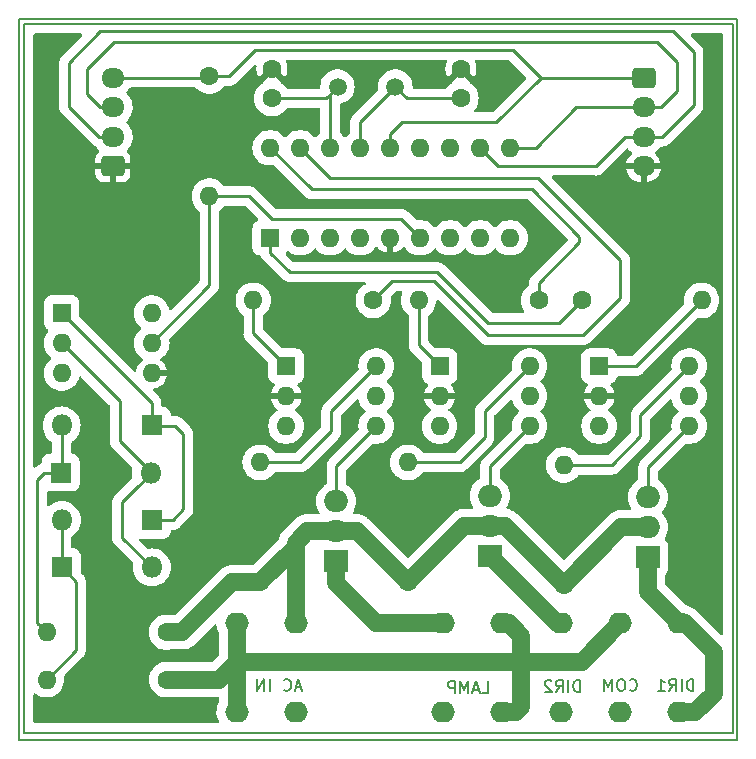
<source format=gbr>
%TF.GenerationSoftware,KiCad,Pcbnew,7.0.1*%
%TF.CreationDate,2023-03-28T23:11:37-03:00*%
%TF.ProjectId,CeilingFanControl,4365696c-696e-4674-9661-6e436f6e7472,rev?*%
%TF.SameCoordinates,Original*%
%TF.FileFunction,Profile,NP*%
%FSLAX46Y46*%
G04 Gerber Fmt 4.6, Leading zero omitted, Abs format (unit mm)*
G04 Created by KiCad (PCBNEW 7.0.1) date 2023-03-28 23:11:37*
%MOMM*%
%LPD*%
G01*
G04 APERTURE LIST*
G04 Aperture macros list*
%AMRoundRect*
0 Rectangle with rounded corners*
0 $1 Rounding radius*
0 $2 $3 $4 $5 $6 $7 $8 $9 X,Y pos of 4 corners*
0 Add a 4 corners polygon primitive as box body*
4,1,4,$2,$3,$4,$5,$6,$7,$8,$9,$2,$3,0*
0 Add four circle primitives for the rounded corners*
1,1,$1+$1,$2,$3*
1,1,$1+$1,$4,$5*
1,1,$1+$1,$6,$7*
1,1,$1+$1,$8,$9*
0 Add four rect primitives between the rounded corners*
20,1,$1+$1,$2,$3,$4,$5,0*
20,1,$1+$1,$4,$5,$6,$7,0*
20,1,$1+$1,$6,$7,$8,$9,0*
20,1,$1+$1,$8,$9,$2,$3,0*%
G04 Aperture macros list end*
%TA.AperFunction,Profile*%
%ADD10C,0.200000*%
%TD*%
%TA.AperFunction,ComponentPad*%
%ADD11R,2.000000X1.905000*%
%TD*%
%TA.AperFunction,ComponentPad*%
%ADD12O,2.000000X1.905000*%
%TD*%
%TA.AperFunction,ComponentPad*%
%ADD13R,1.600000X1.600000*%
%TD*%
%TA.AperFunction,ComponentPad*%
%ADD14O,1.600000X1.600000*%
%TD*%
%TA.AperFunction,ComponentPad*%
%ADD15C,1.600000*%
%TD*%
%TA.AperFunction,ComponentPad*%
%ADD16O,2.000000X1.750000*%
%TD*%
%TA.AperFunction,ComponentPad*%
%ADD17R,1.800000X1.800000*%
%TD*%
%TA.AperFunction,ComponentPad*%
%ADD18O,1.800000X1.800000*%
%TD*%
%TA.AperFunction,ComponentPad*%
%ADD19RoundRect,0.250000X-0.725000X0.600000X-0.725000X-0.600000X0.725000X-0.600000X0.725000X0.600000X0*%
%TD*%
%TA.AperFunction,ComponentPad*%
%ADD20O,1.950000X1.700000*%
%TD*%
%TA.AperFunction,ComponentPad*%
%ADD21RoundRect,0.250000X0.725000X-0.600000X0.725000X0.600000X-0.725000X0.600000X-0.725000X-0.600000X0*%
%TD*%
%TA.AperFunction,ComponentPad*%
%ADD22C,1.500000*%
%TD*%
%TA.AperFunction,NonConductor*%
%ADD23C,0.200000*%
%TD*%
%ADD24C,0.200000*%
%TA.AperFunction,Conductor*%
%ADD25C,0.250000*%
%TD*%
%TA.AperFunction,Conductor*%
%ADD26C,1.500000*%
%TD*%
G04 APERTURE END LIST*
D10*
X19800000Y-19600000D02*
X80600000Y-19600000D01*
X80600000Y-80600000D01*
X19800000Y-80600000D01*
X19800000Y-19600000D01*
D11*
X73045000Y-65140000D03*
D12*
X73045000Y-62600000D03*
X73045000Y-60060000D03*
D13*
X23400000Y-44475000D03*
D14*
X23400000Y-47015000D03*
X23400000Y-49555000D03*
X31020000Y-49555000D03*
X31020000Y-47015000D03*
X31020000Y-44475000D03*
D15*
X63780000Y-43400000D03*
D14*
X53620000Y-43400000D03*
D15*
X35900000Y-24420000D03*
D14*
X35900000Y-34580000D03*
D11*
X46645000Y-65500000D03*
D12*
X46645000Y-62960000D03*
X46645000Y-60420000D03*
D16*
X55700000Y-70740000D03*
X55700000Y-78260000D03*
X60700000Y-70740000D03*
X60700000Y-78260000D03*
X65700000Y-70740000D03*
X65700000Y-78260000D03*
X70700000Y-78260000D03*
X70700000Y-70740000D03*
X75700000Y-78260000D03*
X75700000Y-70740000D03*
D17*
X31020000Y-53990000D03*
D18*
X23400000Y-53990000D03*
D17*
X23310000Y-57980000D03*
D18*
X30930000Y-57980000D03*
D13*
X42400000Y-48975000D03*
D14*
X42400000Y-51515000D03*
X42400000Y-54055000D03*
X50020000Y-54055000D03*
X50020000Y-51515000D03*
X50020000Y-48975000D03*
D13*
X41050000Y-38100000D03*
D14*
X43590000Y-38100000D03*
X46130000Y-38100000D03*
X48670000Y-38100000D03*
X51210000Y-38100000D03*
X53750000Y-38100000D03*
X56290000Y-38100000D03*
X58830000Y-38100000D03*
X61370000Y-38100000D03*
X61370000Y-30480000D03*
X58830000Y-30480000D03*
X56290000Y-30480000D03*
X53750000Y-30480000D03*
X51210000Y-30480000D03*
X48670000Y-30480000D03*
X46130000Y-30480000D03*
X43590000Y-30480000D03*
X41050000Y-30480000D03*
D15*
X65900000Y-67480000D03*
D14*
X65900000Y-57320000D03*
D11*
X59645000Y-65040000D03*
D12*
X59645000Y-62500000D03*
X59645000Y-59960000D03*
D15*
X67420000Y-43400000D03*
D14*
X77580000Y-43400000D03*
D13*
X55400000Y-48975000D03*
D14*
X55400000Y-51515000D03*
X55400000Y-54055000D03*
X63020000Y-54055000D03*
X63020000Y-51515000D03*
X63020000Y-48975000D03*
D15*
X52700000Y-67280000D03*
D14*
X52700000Y-57120000D03*
D19*
X72667500Y-24550000D03*
D20*
X72667500Y-27050000D03*
X72667500Y-29550000D03*
X72667500Y-32050000D03*
D15*
X41200000Y-26300000D03*
X41200000Y-23800000D03*
X40200000Y-67280000D03*
D14*
X40200000Y-57120000D03*
D13*
X68900000Y-48975000D03*
D14*
X68900000Y-51515000D03*
X68900000Y-54055000D03*
X76520000Y-54055000D03*
X76520000Y-51515000D03*
X76520000Y-48975000D03*
D17*
X23410000Y-66000000D03*
D18*
X31030000Y-66000000D03*
D15*
X32280000Y-71500000D03*
D14*
X22120000Y-71500000D03*
D17*
X31050000Y-61990000D03*
D18*
X23430000Y-61990000D03*
D15*
X49780000Y-43400000D03*
D14*
X39620000Y-43400000D03*
D21*
X27732500Y-32050000D03*
D20*
X27732500Y-29550000D03*
X27732500Y-27050000D03*
X27732500Y-24550000D03*
D15*
X57200000Y-26300000D03*
X57200000Y-23800000D03*
D22*
X51650000Y-25300000D03*
X46750000Y-25300000D03*
D16*
X38200000Y-70740000D03*
X38200000Y-78260000D03*
X43200000Y-78260000D03*
X43200000Y-70740000D03*
D15*
X32280000Y-75500000D03*
D14*
X22120000Y-75500000D03*
D23*
X20200000Y-20000000D02*
X80200000Y-20000000D01*
X80200000Y-80000000D01*
X20200000Y-80000000D01*
X20200000Y-20000000D01*
X20200000Y-20000000D02*
X80200000Y-20000000D01*
X80200000Y-80000000D01*
X20200000Y-80000000D01*
X20200000Y-20000000D01*
D24*
D23*
X67276189Y-76562619D02*
X67276189Y-75562619D01*
X67276189Y-75562619D02*
X67038094Y-75562619D01*
X67038094Y-75562619D02*
X66895237Y-75610238D01*
X66895237Y-75610238D02*
X66799999Y-75705476D01*
X66799999Y-75705476D02*
X66752380Y-75800714D01*
X66752380Y-75800714D02*
X66704761Y-75991190D01*
X66704761Y-75991190D02*
X66704761Y-76134047D01*
X66704761Y-76134047D02*
X66752380Y-76324523D01*
X66752380Y-76324523D02*
X66799999Y-76419761D01*
X66799999Y-76419761D02*
X66895237Y-76515000D01*
X66895237Y-76515000D02*
X67038094Y-76562619D01*
X67038094Y-76562619D02*
X67276189Y-76562619D01*
X66276189Y-76562619D02*
X66276189Y-75562619D01*
X65228571Y-76562619D02*
X65561904Y-76086428D01*
X65799999Y-76562619D02*
X65799999Y-75562619D01*
X65799999Y-75562619D02*
X65419047Y-75562619D01*
X65419047Y-75562619D02*
X65323809Y-75610238D01*
X65323809Y-75610238D02*
X65276190Y-75657857D01*
X65276190Y-75657857D02*
X65228571Y-75753095D01*
X65228571Y-75753095D02*
X65228571Y-75895952D01*
X65228571Y-75895952D02*
X65276190Y-75991190D01*
X65276190Y-75991190D02*
X65323809Y-76038809D01*
X65323809Y-76038809D02*
X65419047Y-76086428D01*
X65419047Y-76086428D02*
X65799999Y-76086428D01*
X64847618Y-75657857D02*
X64799999Y-75610238D01*
X64799999Y-75610238D02*
X64704761Y-75562619D01*
X64704761Y-75562619D02*
X64466666Y-75562619D01*
X64466666Y-75562619D02*
X64371428Y-75610238D01*
X64371428Y-75610238D02*
X64323809Y-75657857D01*
X64323809Y-75657857D02*
X64276190Y-75753095D01*
X64276190Y-75753095D02*
X64276190Y-75848333D01*
X64276190Y-75848333D02*
X64323809Y-75991190D01*
X64323809Y-75991190D02*
X64895237Y-76562619D01*
X64895237Y-76562619D02*
X64276190Y-76562619D01*
D24*
D23*
X58990476Y-76662619D02*
X59466666Y-76662619D01*
X59466666Y-76662619D02*
X59466666Y-75662619D01*
X58704761Y-76376904D02*
X58228571Y-76376904D01*
X58799999Y-76662619D02*
X58466666Y-75662619D01*
X58466666Y-75662619D02*
X58133333Y-76662619D01*
X57799999Y-76662619D02*
X57799999Y-75662619D01*
X57799999Y-75662619D02*
X57466666Y-76376904D01*
X57466666Y-76376904D02*
X57133333Y-75662619D01*
X57133333Y-75662619D02*
X57133333Y-76662619D01*
X56657142Y-76662619D02*
X56657142Y-75662619D01*
X56657142Y-75662619D02*
X56276190Y-75662619D01*
X56276190Y-75662619D02*
X56180952Y-75710238D01*
X56180952Y-75710238D02*
X56133333Y-75757857D01*
X56133333Y-75757857D02*
X56085714Y-75853095D01*
X56085714Y-75853095D02*
X56085714Y-75995952D01*
X56085714Y-75995952D02*
X56133333Y-76091190D01*
X56133333Y-76091190D02*
X56180952Y-76138809D01*
X56180952Y-76138809D02*
X56276190Y-76186428D01*
X56276190Y-76186428D02*
X56657142Y-76186428D01*
D24*
D23*
X43680951Y-76176904D02*
X43204761Y-76176904D01*
X43776189Y-76462619D02*
X43442856Y-75462619D01*
X43442856Y-75462619D02*
X43109523Y-76462619D01*
X42204761Y-76367380D02*
X42252380Y-76415000D01*
X42252380Y-76415000D02*
X42395237Y-76462619D01*
X42395237Y-76462619D02*
X42490475Y-76462619D01*
X42490475Y-76462619D02*
X42633332Y-76415000D01*
X42633332Y-76415000D02*
X42728570Y-76319761D01*
X42728570Y-76319761D02*
X42776189Y-76224523D01*
X42776189Y-76224523D02*
X42823808Y-76034047D01*
X42823808Y-76034047D02*
X42823808Y-75891190D01*
X42823808Y-75891190D02*
X42776189Y-75700714D01*
X42776189Y-75700714D02*
X42728570Y-75605476D01*
X42728570Y-75605476D02*
X42633332Y-75510238D01*
X42633332Y-75510238D02*
X42490475Y-75462619D01*
X42490475Y-75462619D02*
X42395237Y-75462619D01*
X42395237Y-75462619D02*
X42252380Y-75510238D01*
X42252380Y-75510238D02*
X42204761Y-75557857D01*
X41014284Y-76462619D02*
X41014284Y-75462619D01*
X40538094Y-76462619D02*
X40538094Y-75462619D01*
X40538094Y-75462619D02*
X39966666Y-76462619D01*
X39966666Y-76462619D02*
X39966666Y-75462619D01*
D24*
D23*
X71485714Y-76367380D02*
X71533333Y-76415000D01*
X71533333Y-76415000D02*
X71676190Y-76462619D01*
X71676190Y-76462619D02*
X71771428Y-76462619D01*
X71771428Y-76462619D02*
X71914285Y-76415000D01*
X71914285Y-76415000D02*
X72009523Y-76319761D01*
X72009523Y-76319761D02*
X72057142Y-76224523D01*
X72057142Y-76224523D02*
X72104761Y-76034047D01*
X72104761Y-76034047D02*
X72104761Y-75891190D01*
X72104761Y-75891190D02*
X72057142Y-75700714D01*
X72057142Y-75700714D02*
X72009523Y-75605476D01*
X72009523Y-75605476D02*
X71914285Y-75510238D01*
X71914285Y-75510238D02*
X71771428Y-75462619D01*
X71771428Y-75462619D02*
X71676190Y-75462619D01*
X71676190Y-75462619D02*
X71533333Y-75510238D01*
X71533333Y-75510238D02*
X71485714Y-75557857D01*
X70866666Y-75462619D02*
X70676190Y-75462619D01*
X70676190Y-75462619D02*
X70580952Y-75510238D01*
X70580952Y-75510238D02*
X70485714Y-75605476D01*
X70485714Y-75605476D02*
X70438095Y-75795952D01*
X70438095Y-75795952D02*
X70438095Y-76129285D01*
X70438095Y-76129285D02*
X70485714Y-76319761D01*
X70485714Y-76319761D02*
X70580952Y-76415000D01*
X70580952Y-76415000D02*
X70676190Y-76462619D01*
X70676190Y-76462619D02*
X70866666Y-76462619D01*
X70866666Y-76462619D02*
X70961904Y-76415000D01*
X70961904Y-76415000D02*
X71057142Y-76319761D01*
X71057142Y-76319761D02*
X71104761Y-76129285D01*
X71104761Y-76129285D02*
X71104761Y-75795952D01*
X71104761Y-75795952D02*
X71057142Y-75605476D01*
X71057142Y-75605476D02*
X70961904Y-75510238D01*
X70961904Y-75510238D02*
X70866666Y-75462619D01*
X70009523Y-76462619D02*
X70009523Y-75462619D01*
X70009523Y-75462619D02*
X69676190Y-76176904D01*
X69676190Y-76176904D02*
X69342857Y-75462619D01*
X69342857Y-75462619D02*
X69342857Y-76462619D01*
D24*
D23*
X76876189Y-76462619D02*
X76876189Y-75462619D01*
X76876189Y-75462619D02*
X76638094Y-75462619D01*
X76638094Y-75462619D02*
X76495237Y-75510238D01*
X76495237Y-75510238D02*
X76399999Y-75605476D01*
X76399999Y-75605476D02*
X76352380Y-75700714D01*
X76352380Y-75700714D02*
X76304761Y-75891190D01*
X76304761Y-75891190D02*
X76304761Y-76034047D01*
X76304761Y-76034047D02*
X76352380Y-76224523D01*
X76352380Y-76224523D02*
X76399999Y-76319761D01*
X76399999Y-76319761D02*
X76495237Y-76415000D01*
X76495237Y-76415000D02*
X76638094Y-76462619D01*
X76638094Y-76462619D02*
X76876189Y-76462619D01*
X75876189Y-76462619D02*
X75876189Y-75462619D01*
X74828571Y-76462619D02*
X75161904Y-75986428D01*
X75399999Y-76462619D02*
X75399999Y-75462619D01*
X75399999Y-75462619D02*
X75019047Y-75462619D01*
X75019047Y-75462619D02*
X74923809Y-75510238D01*
X74923809Y-75510238D02*
X74876190Y-75557857D01*
X74876190Y-75557857D02*
X74828571Y-75653095D01*
X74828571Y-75653095D02*
X74828571Y-75795952D01*
X74828571Y-75795952D02*
X74876190Y-75891190D01*
X74876190Y-75891190D02*
X74923809Y-75938809D01*
X74923809Y-75938809D02*
X75019047Y-75986428D01*
X75019047Y-75986428D02*
X75399999Y-75986428D01*
X73876190Y-76462619D02*
X74447618Y-76462619D01*
X74161904Y-76462619D02*
X74161904Y-75462619D01*
X74161904Y-75462619D02*
X74257142Y-75605476D01*
X74257142Y-75605476D02*
X74352380Y-75700714D01*
X74352380Y-75700714D02*
X74447618Y-75748333D01*
D11*
X73045000Y-65140000D03*
D12*
X73045000Y-62600000D03*
X73045000Y-60060000D03*
D13*
X23400000Y-44475000D03*
D14*
X23400000Y-47015000D03*
X23400000Y-49555000D03*
X31020000Y-49555000D03*
X31020000Y-47015000D03*
X31020000Y-44475000D03*
D15*
X63780000Y-43400000D03*
D14*
X53620000Y-43400000D03*
D15*
X35900000Y-24420000D03*
D14*
X35900000Y-34580000D03*
D11*
X46645000Y-65500000D03*
D12*
X46645000Y-62960000D03*
X46645000Y-60420000D03*
D16*
X55700000Y-70740000D03*
X55700000Y-78260000D03*
X60700000Y-70740000D03*
X60700000Y-78260000D03*
X65700000Y-70740000D03*
X65700000Y-78260000D03*
X70700000Y-78260000D03*
X70700000Y-70740000D03*
X75700000Y-78260000D03*
X75700000Y-70740000D03*
D17*
X31020000Y-53990000D03*
D18*
X23400000Y-53990000D03*
D17*
X23310000Y-57980000D03*
D18*
X30930000Y-57980000D03*
D13*
X42400000Y-48975000D03*
D14*
X42400000Y-51515000D03*
X42400000Y-54055000D03*
X50020000Y-54055000D03*
X50020000Y-51515000D03*
X50020000Y-48975000D03*
D13*
X41050000Y-38100000D03*
D14*
X43590000Y-38100000D03*
X46130000Y-38100000D03*
X48670000Y-38100000D03*
X51210000Y-38100000D03*
X53750000Y-38100000D03*
X56290000Y-38100000D03*
X58830000Y-38100000D03*
X61370000Y-38100000D03*
X61370000Y-30480000D03*
X58830000Y-30480000D03*
X56290000Y-30480000D03*
X53750000Y-30480000D03*
X51210000Y-30480000D03*
X48670000Y-30480000D03*
X46130000Y-30480000D03*
X43590000Y-30480000D03*
X41050000Y-30480000D03*
D15*
X65900000Y-67480000D03*
D14*
X65900000Y-57320000D03*
D11*
X59645000Y-65040000D03*
D12*
X59645000Y-62500000D03*
X59645000Y-59960000D03*
D15*
X67420000Y-43400000D03*
D14*
X77580000Y-43400000D03*
D13*
X55400000Y-48975000D03*
D14*
X55400000Y-51515000D03*
X55400000Y-54055000D03*
X63020000Y-54055000D03*
X63020000Y-51515000D03*
X63020000Y-48975000D03*
D15*
X52700000Y-67280000D03*
D14*
X52700000Y-57120000D03*
D19*
X72667500Y-24550000D03*
D20*
X72667500Y-27050000D03*
X72667500Y-29550000D03*
X72667500Y-32050000D03*
D15*
X41200000Y-26300000D03*
X41200000Y-23800000D03*
X40200000Y-67280000D03*
D14*
X40200000Y-57120000D03*
D13*
X68900000Y-48975000D03*
D14*
X68900000Y-51515000D03*
X68900000Y-54055000D03*
X76520000Y-54055000D03*
X76520000Y-51515000D03*
X76520000Y-48975000D03*
D17*
X23410000Y-66000000D03*
D18*
X31030000Y-66000000D03*
D15*
X32280000Y-71500000D03*
D14*
X22120000Y-71500000D03*
D17*
X31050000Y-61990000D03*
D18*
X23430000Y-61990000D03*
D15*
X49780000Y-43400000D03*
D14*
X39620000Y-43400000D03*
D21*
X27732500Y-32050000D03*
D20*
X27732500Y-29550000D03*
X27732500Y-27050000D03*
X27732500Y-24550000D03*
D15*
X57200000Y-26300000D03*
X57200000Y-23800000D03*
D22*
X51650000Y-25300000D03*
X46750000Y-25300000D03*
D16*
X38200000Y-70740000D03*
X38200000Y-78260000D03*
X43200000Y-78260000D03*
X43200000Y-70740000D03*
D15*
X32280000Y-75500000D03*
D14*
X22120000Y-75500000D03*
D25*
X60200000Y-28300000D02*
X52200000Y-28300000D01*
X27732500Y-24550000D02*
X35770000Y-24550000D01*
X37580000Y-24420000D02*
X35900000Y-24420000D01*
X72667500Y-24550000D02*
X63950000Y-24550000D01*
X35770000Y-24550000D02*
X35900000Y-24420000D01*
X51210000Y-29290000D02*
X51210000Y-30480000D01*
X39800000Y-22200000D02*
X37580000Y-24420000D01*
X61600000Y-22200000D02*
X39800000Y-22200000D01*
X63950000Y-24550000D02*
X60200000Y-28300000D01*
X52200000Y-28300000D02*
X51210000Y-29290000D01*
X63950000Y-24550000D02*
X61600000Y-22200000D01*
X25500000Y-23800000D02*
X25500000Y-25900000D01*
X26650000Y-27050000D02*
X27732500Y-27050000D01*
X72667500Y-27050000D02*
X66950000Y-27050000D01*
X75500000Y-25700000D02*
X75500000Y-23200000D01*
X73800000Y-21500000D02*
X27800000Y-21500000D01*
X25500000Y-25900000D02*
X26650000Y-27050000D01*
X75500000Y-23200000D02*
X73800000Y-21500000D01*
X63520000Y-30480000D02*
X61370000Y-30480000D01*
X27800000Y-21500000D02*
X25500000Y-23800000D01*
X66950000Y-27050000D02*
X63520000Y-30480000D01*
X72667500Y-27050000D02*
X74150000Y-27050000D01*
X74150000Y-27050000D02*
X75500000Y-25700000D01*
X26550000Y-29550000D02*
X27732500Y-29550000D01*
X60350000Y-32000000D02*
X68600000Y-32000000D01*
X71050000Y-29550000D02*
X72667500Y-29550000D01*
X24000000Y-27000000D02*
X26550000Y-29550000D01*
X75124520Y-20624520D02*
X26675480Y-20624520D01*
X26675480Y-20624520D02*
X24000000Y-23300000D01*
X74250000Y-29550000D02*
X76900000Y-26900000D01*
X72667500Y-29550000D02*
X74250000Y-29550000D01*
X76900000Y-26900000D02*
X76900000Y-22400000D01*
X58830000Y-30480000D02*
X60350000Y-32000000D01*
X76900000Y-22400000D02*
X75124520Y-20624520D01*
X68600000Y-32000000D02*
X71050000Y-29550000D01*
X24000000Y-23300000D02*
X24000000Y-27000000D01*
X52650000Y-26300000D02*
X57200000Y-26300000D01*
X48670000Y-30480000D02*
X48670000Y-28280000D01*
X51650000Y-25300000D02*
X52650000Y-26300000D01*
X48670000Y-28280000D02*
X51650000Y-25300000D01*
X45750000Y-26300000D02*
X46750000Y-25300000D01*
X41200000Y-26300000D02*
X45750000Y-26300000D01*
X46130000Y-25920000D02*
X46750000Y-25300000D01*
X46130000Y-30480000D02*
X46130000Y-25920000D01*
X21300000Y-70680000D02*
X22120000Y-71500000D01*
X21900000Y-58000000D02*
X21300000Y-58600000D01*
X21300000Y-58600000D02*
X21300000Y-70680000D01*
X23390000Y-58000000D02*
X21900000Y-58000000D01*
X23390000Y-54000000D02*
X23390000Y-58000000D01*
X23400000Y-47015000D02*
X28300000Y-51915000D01*
X28500000Y-60500000D02*
X28500000Y-63490000D01*
X28300000Y-51915000D02*
X28300000Y-55290000D01*
X29785489Y-59224511D02*
X29775489Y-59224511D01*
X31010000Y-58000000D02*
X29785489Y-59224511D01*
X28500000Y-63490000D02*
X31010000Y-66000000D01*
X28300000Y-55290000D02*
X31010000Y-58000000D01*
X29775489Y-59224511D02*
X28500000Y-60500000D01*
D26*
X60200000Y-74000000D02*
X62200000Y-74000000D01*
X60200000Y-74000000D02*
X56440000Y-74000000D01*
X61836618Y-78260000D02*
X62300000Y-77796618D01*
X62200000Y-74000000D02*
X67440000Y-74000000D01*
X62300000Y-77796618D02*
X62300000Y-74100000D01*
X67440000Y-74000000D02*
X70700000Y-70740000D01*
X60700000Y-78260000D02*
X61836618Y-78260000D01*
X38200000Y-74000000D02*
X56440000Y-74000000D01*
X62300000Y-74100000D02*
X62200000Y-74000000D01*
X60700000Y-70740000D02*
X61240000Y-70740000D01*
X32280000Y-75500000D02*
X36700000Y-75500000D01*
X61240000Y-70740000D02*
X62300000Y-71800000D01*
X62300000Y-71800000D02*
X62300000Y-74100000D01*
X36700000Y-75500000D02*
X38200000Y-74000000D01*
X38200000Y-78260000D02*
X38200000Y-70740000D01*
X70780000Y-62600000D02*
X73045000Y-62600000D01*
X40200000Y-67280000D02*
X43200000Y-64280000D01*
X33600000Y-71500000D02*
X37820000Y-67280000D01*
X46645000Y-62960000D02*
X48380000Y-62960000D01*
X44145000Y-62960000D02*
X46645000Y-62960000D01*
X65900000Y-67480000D02*
X70780000Y-62600000D01*
X43200000Y-70740000D02*
X43200000Y-63905000D01*
X37820000Y-67280000D02*
X40200000Y-67280000D01*
X32280000Y-71500000D02*
X33600000Y-71500000D01*
X48380000Y-62960000D02*
X52700000Y-67280000D01*
X60920000Y-62500000D02*
X65900000Y-67480000D01*
X43200000Y-64280000D02*
X43200000Y-63905000D01*
X52700000Y-67280000D02*
X57480000Y-62500000D01*
X59645000Y-62500000D02*
X60920000Y-62500000D01*
X43200000Y-63905000D02*
X44145000Y-62960000D01*
X57480000Y-62500000D02*
X59645000Y-62500000D01*
D25*
X46645000Y-60420000D02*
X46645000Y-57430000D01*
X46645000Y-57430000D02*
X50020000Y-54055000D01*
X59645000Y-59960000D02*
X59645000Y-57430000D01*
X59645000Y-57430000D02*
X63020000Y-54055000D01*
X73045000Y-60060000D02*
X73045000Y-57530000D01*
X73045000Y-57530000D02*
X76520000Y-54055000D01*
X35900000Y-42135000D02*
X31020000Y-47015000D01*
X35900000Y-34580000D02*
X39280000Y-34580000D01*
X41200000Y-36500000D02*
X52150000Y-36500000D01*
X52150000Y-36500000D02*
X53750000Y-38100000D01*
X39280000Y-34580000D02*
X41200000Y-36500000D01*
X35900000Y-34580000D02*
X35900000Y-42135000D01*
X63700000Y-33000000D02*
X46110000Y-33000000D01*
X67550000Y-46350000D02*
X70700000Y-43200000D01*
X46110000Y-33000000D02*
X43590000Y-30480000D01*
X49780000Y-43400000D02*
X51380000Y-41800000D01*
X51380000Y-41800000D02*
X54900000Y-41800000D01*
X59450000Y-46350000D02*
X67550000Y-46350000D01*
X70700000Y-43200000D02*
X70700000Y-40000000D01*
X59450000Y-46350000D02*
X54900000Y-41800000D01*
X70700000Y-40000000D02*
X63700000Y-33000000D01*
X39620000Y-46195000D02*
X39620000Y-43400000D01*
X39620000Y-46195000D02*
X42400000Y-48975000D01*
X63780000Y-41920000D02*
X67200000Y-38500000D01*
X44570000Y-34000000D02*
X41050000Y-30480000D01*
X63200000Y-34000000D02*
X44570000Y-34000000D01*
X67200000Y-38000000D02*
X63200000Y-34000000D01*
X63780000Y-43400000D02*
X63780000Y-41920000D01*
X67200000Y-38500000D02*
X67200000Y-38000000D01*
X53620000Y-43400000D02*
X53620000Y-47195000D01*
X53620000Y-47195000D02*
X55400000Y-48975000D01*
X42700000Y-41000000D02*
X55200000Y-41000000D01*
X59500000Y-45300000D02*
X65520000Y-45300000D01*
X41050000Y-39350000D02*
X42700000Y-41000000D01*
X55200000Y-41000000D02*
X59500000Y-45300000D01*
X65520000Y-45300000D02*
X67620000Y-43200000D01*
X41050000Y-38100000D02*
X41050000Y-39350000D01*
X72005000Y-48975000D02*
X77780000Y-43200000D01*
X68900000Y-48975000D02*
X72005000Y-48975000D01*
X46200000Y-54500000D02*
X43580000Y-57120000D01*
X46200000Y-54500000D02*
X46200000Y-52795000D01*
X46200000Y-52795000D02*
X50020000Y-48975000D01*
X43580000Y-57120000D02*
X40200000Y-57120000D01*
X59200000Y-52795000D02*
X63020000Y-48975000D01*
X57080000Y-57120000D02*
X52700000Y-57120000D01*
X59200000Y-55000000D02*
X59200000Y-52795000D01*
X59200000Y-55000000D02*
X57080000Y-57120000D01*
X72400000Y-54900000D02*
X72400000Y-53095000D01*
X69980000Y-57320000D02*
X72400000Y-54900000D01*
X65900000Y-57320000D02*
X69980000Y-57320000D01*
X72400000Y-53095000D02*
X76520000Y-48975000D01*
D26*
X46645000Y-67345000D02*
X50040000Y-70740000D01*
X50040000Y-70740000D02*
X55700000Y-70740000D01*
X46645000Y-65500000D02*
X46645000Y-67345000D01*
X65700000Y-70740000D02*
X65345000Y-70740000D01*
X65345000Y-70740000D02*
X59645000Y-65040000D01*
X77040000Y-78260000D02*
X78600000Y-76700000D01*
X78600000Y-76700000D02*
X78600000Y-73200000D01*
X73045000Y-65140000D02*
X73045000Y-68085000D01*
X78600000Y-73200000D02*
X76140000Y-70740000D01*
X76140000Y-70740000D02*
X75700000Y-70740000D01*
X75700000Y-78260000D02*
X77040000Y-78260000D01*
X73045000Y-68085000D02*
X75700000Y-70740000D01*
D25*
X31010000Y-54000000D02*
X33000000Y-54000000D01*
X33000000Y-54000000D02*
X33700000Y-54700000D01*
X23400000Y-44475000D02*
X31010000Y-52085000D01*
X33700000Y-61100000D02*
X32800000Y-62000000D01*
X32800000Y-62000000D02*
X31010000Y-62000000D01*
X33700000Y-54700000D02*
X33700000Y-61100000D01*
X31010000Y-52085000D02*
X31010000Y-54000000D01*
X24600000Y-67210000D02*
X24600000Y-73020000D01*
X23390000Y-66000000D02*
X23390000Y-62000000D01*
X24600000Y-73020000D02*
X22120000Y-75500000D01*
X23390000Y-66000000D02*
X24600000Y-67210000D01*
%TA.AperFunction,Conductor*%
G36*
X25085079Y-20814233D02*
G01*
X25129812Y-20852439D01*
X25152325Y-20906789D01*
X25147709Y-20965436D01*
X25116971Y-21015596D01*
X23443625Y-22688939D01*
X23436102Y-22695874D01*
X23397157Y-22728954D01*
X23350617Y-22790177D01*
X23348517Y-22792863D01*
X23300015Y-22853202D01*
X23288713Y-22871424D01*
X23256198Y-22941700D01*
X23254726Y-22944772D01*
X23220332Y-23014123D01*
X23213211Y-23034353D01*
X23196566Y-23109970D01*
X23195788Y-23113289D01*
X23177104Y-23188420D01*
X23174500Y-23209690D01*
X23174500Y-23287097D01*
X23174454Y-23290509D01*
X23172356Y-23367925D01*
X23174500Y-23390466D01*
X23174500Y-26961328D01*
X23174084Y-26971553D01*
X23169937Y-27022483D01*
X23180317Y-27098682D01*
X23180731Y-27102063D01*
X23189104Y-27179035D01*
X23193993Y-27199903D01*
X23220693Y-27272579D01*
X23221826Y-27275796D01*
X23246547Y-27349164D01*
X23255813Y-27368499D01*
X23256095Y-27368941D01*
X23256096Y-27368942D01*
X23291439Y-27424236D01*
X23297485Y-27433694D01*
X23299283Y-27436592D01*
X23339225Y-27502974D01*
X23352423Y-27519856D01*
X23352799Y-27520232D01*
X23352800Y-27520233D01*
X23407170Y-27574603D01*
X23409514Y-27577011D01*
X23440749Y-27609986D01*
X23462796Y-27633260D01*
X23480256Y-27647689D01*
X25938927Y-30106360D01*
X25945863Y-30113883D01*
X25978956Y-30152843D01*
X26040213Y-30199410D01*
X26042846Y-30201469D01*
X26081046Y-30232174D01*
X26103207Y-30249987D01*
X26121418Y-30261283D01*
X26121899Y-30261505D01*
X26121901Y-30261507D01*
X26191704Y-30293801D01*
X26194761Y-30295267D01*
X26231191Y-30313335D01*
X26278903Y-30354638D01*
X26402566Y-30533796D01*
X26440706Y-30573503D01*
X26537083Y-30673841D01*
X26568344Y-30730148D01*
X26567696Y-30794550D01*
X26535307Y-30850218D01*
X26408866Y-30976659D01*
X26315840Y-31127477D01*
X26260106Y-31295671D01*
X26249500Y-31399497D01*
X26249500Y-31796000D01*
X29215500Y-31796000D01*
X29215500Y-31399497D01*
X29204893Y-31295671D01*
X29149159Y-31127477D01*
X29056132Y-30976657D01*
X28929611Y-30850136D01*
X28896367Y-30791194D01*
X28898411Y-30723555D01*
X28935154Y-30666728D01*
X28979361Y-30627564D01*
X28979362Y-30627563D01*
X29137688Y-30433650D01*
X29262857Y-30216850D01*
X29351628Y-29982780D01*
X29401702Y-29737500D01*
X29411782Y-29487365D01*
X29381607Y-29238851D01*
X29311959Y-28998396D01*
X29204641Y-28772228D01*
X29203988Y-28771282D01*
X29062433Y-28566203D01*
X28900414Y-28397526D01*
X28889016Y-28385659D01*
X28889013Y-28385656D01*
X28887488Y-28384069D01*
X28855627Y-28325294D01*
X28858318Y-28258493D01*
X28894804Y-28202474D01*
X28979362Y-28127563D01*
X29137688Y-27933650D01*
X29262857Y-27716850D01*
X29351628Y-27482780D01*
X29401702Y-27237500D01*
X29411782Y-26987365D01*
X29381607Y-26738851D01*
X29311959Y-26498396D01*
X29204641Y-26272228D01*
X29204640Y-26272226D01*
X29062433Y-26066203D01*
X28948640Y-25947734D01*
X28889016Y-25885659D01*
X28889013Y-25885656D01*
X28887488Y-25884069D01*
X28855627Y-25825294D01*
X28858318Y-25758493D01*
X28894804Y-25702474D01*
X28979362Y-25627563D01*
X29137688Y-25433650D01*
X29137688Y-25433649D01*
X29144121Y-25425771D01*
X29146044Y-25427341D01*
X29181010Y-25392379D01*
X29244007Y-25375500D01*
X34684843Y-25375500D01*
X34735457Y-25386113D01*
X34777541Y-25416160D01*
X34880256Y-25527738D01*
X35076491Y-25680474D01*
X35295190Y-25798828D01*
X35530386Y-25879571D01*
X35775665Y-25920500D01*
X36024332Y-25920500D01*
X36024335Y-25920500D01*
X36269614Y-25879571D01*
X36504810Y-25798828D01*
X36723509Y-25680474D01*
X36919744Y-25527738D01*
X37088164Y-25344785D01*
X37115733Y-25302585D01*
X37161248Y-25260686D01*
X37221218Y-25245500D01*
X37541328Y-25245500D01*
X37551553Y-25245916D01*
X37557331Y-25246386D01*
X37602485Y-25250063D01*
X37678718Y-25239676D01*
X37682062Y-25239267D01*
X37742887Y-25232652D01*
X37759039Y-25230896D01*
X37779891Y-25226009D01*
X37780395Y-25225823D01*
X37780400Y-25225823D01*
X37852583Y-25199303D01*
X37855773Y-25198180D01*
X37928662Y-25173622D01*
X37928667Y-25173618D01*
X37929171Y-25173449D01*
X37948489Y-25164192D01*
X37948936Y-25163906D01*
X37948942Y-25163904D01*
X38013759Y-25122473D01*
X38016579Y-25120722D01*
X38082517Y-25081050D01*
X38082523Y-25081043D01*
X38082982Y-25080768D01*
X38099854Y-25067579D01*
X38106996Y-25060437D01*
X38154639Y-25012792D01*
X38156972Y-25010521D01*
X38212875Y-24957569D01*
X38212877Y-24957564D01*
X38213264Y-24957199D01*
X38227688Y-24939744D01*
X38650044Y-24517388D01*
X39692031Y-23475402D01*
X39744286Y-23444004D01*
X39805167Y-23440813D01*
X39860419Y-23466577D01*
X39897108Y-23515265D01*
X39906646Y-23575479D01*
X39887004Y-23799999D01*
X39906951Y-24027999D01*
X39966186Y-24249070D01*
X40062912Y-24456497D01*
X40112900Y-24527888D01*
X41110904Y-23529885D01*
X41167388Y-23497273D01*
X41232610Y-23497273D01*
X41289094Y-23529885D01*
X42287097Y-24527888D01*
X42287099Y-24527888D01*
X42337087Y-24456498D01*
X42433813Y-24249070D01*
X42493048Y-24027999D01*
X42512995Y-23800000D01*
X42493048Y-23572000D01*
X42433813Y-23350929D01*
X42365648Y-23204750D01*
X42354113Y-23143260D01*
X42373576Y-23083800D01*
X42419238Y-23041032D01*
X42479843Y-23025500D01*
X55920157Y-23025500D01*
X55980762Y-23041032D01*
X56026424Y-23083800D01*
X56045887Y-23143260D01*
X56034352Y-23204750D01*
X55966186Y-23350929D01*
X55906951Y-23572000D01*
X55887004Y-23800000D01*
X55906951Y-24027999D01*
X55966186Y-24249070D01*
X56062912Y-24456497D01*
X56112900Y-24527888D01*
X57110904Y-23529885D01*
X57167388Y-23497273D01*
X57232610Y-23497273D01*
X57289094Y-23529885D01*
X58287097Y-24527888D01*
X58287099Y-24527888D01*
X58337087Y-24456498D01*
X58433813Y-24249070D01*
X58493048Y-24027999D01*
X58512995Y-23800000D01*
X58493048Y-23572000D01*
X58433813Y-23350929D01*
X58365648Y-23204750D01*
X58354113Y-23143260D01*
X58373576Y-23083800D01*
X58419238Y-23041032D01*
X58479843Y-23025500D01*
X61205877Y-23025500D01*
X61254095Y-23035091D01*
X61294972Y-23062405D01*
X62693471Y-24460904D01*
X62726083Y-24517388D01*
X62726083Y-24582610D01*
X62693471Y-24639094D01*
X59894971Y-27437595D01*
X59854094Y-27464909D01*
X59805876Y-27474500D01*
X58445537Y-27474500D01*
X58389264Y-27461236D01*
X58344839Y-27424236D01*
X58321615Y-27371291D01*
X58324482Y-27313548D01*
X58352835Y-27263163D01*
X58376460Y-27237499D01*
X58388164Y-27224785D01*
X58524173Y-27016607D01*
X58624063Y-26788881D01*
X58685108Y-26547821D01*
X58705643Y-26300000D01*
X58685108Y-26052179D01*
X58624063Y-25811119D01*
X58524173Y-25583393D01*
X58524172Y-25583391D01*
X58524171Y-25583389D01*
X58388166Y-25375217D01*
X58219744Y-25192262D01*
X58188314Y-25167799D01*
X58023509Y-25039526D01*
X57992237Y-25022602D01*
X57954825Y-24991741D01*
X57931840Y-24949034D01*
X57926689Y-24900809D01*
X57927888Y-24887097D01*
X57200001Y-24159210D01*
X57200000Y-24159210D01*
X56472109Y-24887099D01*
X56473309Y-24900812D01*
X56468157Y-24949036D01*
X56445173Y-24991742D01*
X56407760Y-25022603D01*
X56376494Y-25039523D01*
X56180255Y-25192262D01*
X56011834Y-25375216D01*
X55984265Y-25417415D01*
X55938752Y-25459314D01*
X55878782Y-25474500D01*
X53227884Y-25474500D01*
X53161901Y-25455842D01*
X53115460Y-25405393D01*
X53102314Y-25338095D01*
X53105471Y-25300000D01*
X53085620Y-25060437D01*
X53026610Y-24827409D01*
X52930049Y-24607272D01*
X52798571Y-24406031D01*
X52635764Y-24229175D01*
X52446067Y-24081528D01*
X52234656Y-23967118D01*
X52234655Y-23967117D01*
X52234652Y-23967116D01*
X52024180Y-23894862D01*
X52007297Y-23889066D01*
X51770192Y-23849500D01*
X51529808Y-23849500D01*
X51292703Y-23889066D01*
X51292700Y-23889066D01*
X51292700Y-23889067D01*
X51065347Y-23967116D01*
X50853931Y-24081529D01*
X50664232Y-24229178D01*
X50501432Y-24406027D01*
X50501430Y-24406029D01*
X50501429Y-24406031D01*
X50407370Y-24549999D01*
X50369949Y-24607275D01*
X50285632Y-24799500D01*
X50273390Y-24827409D01*
X50214380Y-25060437D01*
X50205806Y-25163904D01*
X50194529Y-25300000D01*
X50211747Y-25507792D01*
X50204479Y-25561563D01*
X50175272Y-25607292D01*
X48113631Y-27668933D01*
X48106108Y-27675869D01*
X48067157Y-27708954D01*
X48020617Y-27770177D01*
X48018517Y-27772863D01*
X47970015Y-27833202D01*
X47958713Y-27851424D01*
X47926198Y-27921700D01*
X47924726Y-27924772D01*
X47890332Y-27994123D01*
X47883211Y-28014353D01*
X47866566Y-28089970D01*
X47865788Y-28093289D01*
X47847104Y-28168420D01*
X47844500Y-28189690D01*
X47844500Y-28267097D01*
X47844454Y-28270509D01*
X47842356Y-28347925D01*
X47844500Y-28370466D01*
X47844500Y-29159478D01*
X47831697Y-29214817D01*
X47795891Y-29258910D01*
X47650252Y-29372265D01*
X47492701Y-29543412D01*
X47434285Y-29579321D01*
X47365715Y-29579321D01*
X47307299Y-29543412D01*
X47149747Y-29372265D01*
X47149746Y-29372264D01*
X47149744Y-29372262D01*
X47004108Y-29258909D01*
X46968303Y-29214817D01*
X46955500Y-29159478D01*
X46955500Y-26842981D01*
X46969076Y-26786088D01*
X47006878Y-26741455D01*
X47060761Y-26718700D01*
X47079684Y-26715541D01*
X47107297Y-26710934D01*
X47334656Y-26632882D01*
X47546067Y-26518472D01*
X47735764Y-26370825D01*
X47898571Y-26193969D01*
X48030049Y-25992728D01*
X48126610Y-25772591D01*
X48185620Y-25539563D01*
X48205471Y-25300000D01*
X48185620Y-25060437D01*
X48126610Y-24827409D01*
X48030049Y-24607272D01*
X47898571Y-24406031D01*
X47735764Y-24229175D01*
X47546067Y-24081528D01*
X47334656Y-23967118D01*
X47334655Y-23967117D01*
X47334652Y-23967116D01*
X47124180Y-23894862D01*
X47107297Y-23889066D01*
X46870192Y-23849500D01*
X46629808Y-23849500D01*
X46392703Y-23889066D01*
X46392700Y-23889066D01*
X46392700Y-23889067D01*
X46165347Y-23967116D01*
X45953931Y-24081529D01*
X45764232Y-24229178D01*
X45601432Y-24406027D01*
X45601430Y-24406029D01*
X45601429Y-24406031D01*
X45507370Y-24549999D01*
X45469949Y-24607275D01*
X45385632Y-24799500D01*
X45373390Y-24827409D01*
X45314380Y-25060437D01*
X45305806Y-25163904D01*
X45294529Y-25299999D01*
X45297686Y-25338095D01*
X45284540Y-25405393D01*
X45238099Y-25455842D01*
X45172116Y-25474500D01*
X42521218Y-25474500D01*
X42461248Y-25459314D01*
X42415735Y-25417415D01*
X42388165Y-25375216D01*
X42219744Y-25192262D01*
X42188314Y-25167799D01*
X42023509Y-25039526D01*
X41992237Y-25022602D01*
X41954825Y-24991741D01*
X41931840Y-24949034D01*
X41926689Y-24900809D01*
X41927888Y-24887097D01*
X41200001Y-24159210D01*
X41200000Y-24159210D01*
X40472109Y-24887099D01*
X40473309Y-24900812D01*
X40468157Y-24949036D01*
X40445173Y-24991742D01*
X40407760Y-25022603D01*
X40376494Y-25039523D01*
X40180255Y-25192262D01*
X40011833Y-25375217D01*
X39875828Y-25583389D01*
X39775935Y-25811123D01*
X39715354Y-26050355D01*
X39714892Y-26052179D01*
X39694357Y-26300000D01*
X39714892Y-26547821D01*
X39714892Y-26547824D01*
X39714893Y-26547825D01*
X39775935Y-26788876D01*
X39775936Y-26788879D01*
X39775937Y-26788881D01*
X39805536Y-26856360D01*
X39875828Y-27016610D01*
X40011833Y-27224782D01*
X40011836Y-27224785D01*
X40180256Y-27407738D01*
X40376491Y-27560474D01*
X40595190Y-27678828D01*
X40830386Y-27759571D01*
X41075665Y-27800500D01*
X41324332Y-27800500D01*
X41324335Y-27800500D01*
X41569614Y-27759571D01*
X41804810Y-27678828D01*
X42023509Y-27560474D01*
X42219744Y-27407738D01*
X42388164Y-27224785D01*
X42399826Y-27206934D01*
X42415735Y-27182585D01*
X42461248Y-27140686D01*
X42521218Y-27125500D01*
X45178500Y-27125500D01*
X45241500Y-27142381D01*
X45287619Y-27188500D01*
X45304500Y-27251500D01*
X45304500Y-29159478D01*
X45291697Y-29214817D01*
X45255891Y-29258910D01*
X45110252Y-29372265D01*
X44952701Y-29543412D01*
X44894285Y-29579321D01*
X44825715Y-29579321D01*
X44767299Y-29543412D01*
X44609747Y-29372265D01*
X44609746Y-29372264D01*
X44609744Y-29372262D01*
X44413509Y-29219526D01*
X44194810Y-29101172D01*
X44194809Y-29101171D01*
X44194806Y-29101170D01*
X44027994Y-29043904D01*
X43959614Y-29020429D01*
X43714335Y-28979500D01*
X43465665Y-28979500D01*
X43220386Y-29020429D01*
X43220383Y-29020429D01*
X43220383Y-29020430D01*
X42985193Y-29101170D01*
X42766489Y-29219527D01*
X42570252Y-29372265D01*
X42412701Y-29543412D01*
X42354285Y-29579321D01*
X42285715Y-29579321D01*
X42227299Y-29543412D01*
X42069747Y-29372265D01*
X42069746Y-29372264D01*
X42069744Y-29372262D01*
X41873509Y-29219526D01*
X41654810Y-29101172D01*
X41654809Y-29101171D01*
X41654806Y-29101170D01*
X41487994Y-29043904D01*
X41419614Y-29020429D01*
X41174335Y-28979500D01*
X40925665Y-28979500D01*
X40680386Y-29020429D01*
X40680383Y-29020429D01*
X40680383Y-29020430D01*
X40445193Y-29101170D01*
X40226489Y-29219527D01*
X40030255Y-29372262D01*
X39861833Y-29555217D01*
X39725828Y-29763389D01*
X39625935Y-29991123D01*
X39568774Y-30216850D01*
X39564892Y-30232179D01*
X39544357Y-30480000D01*
X39564892Y-30727821D01*
X39564892Y-30727824D01*
X39564893Y-30727825D01*
X39625935Y-30968876D01*
X39625936Y-30968879D01*
X39625937Y-30968881D01*
X39629348Y-30976657D01*
X39725828Y-31196610D01*
X39861833Y-31404782D01*
X39987995Y-31541830D01*
X40030256Y-31587738D01*
X40226491Y-31740474D01*
X40445190Y-31858828D01*
X40680386Y-31939571D01*
X40925665Y-31980500D01*
X41174335Y-31980500D01*
X41174337Y-31980500D01*
X41240398Y-31969476D01*
X41289244Y-31961325D01*
X41348423Y-31965613D01*
X41399078Y-31996511D01*
X43958927Y-34556360D01*
X43965863Y-34563883D01*
X43998956Y-34602843D01*
X44060213Y-34649410D01*
X44062846Y-34651469D01*
X44122791Y-34699653D01*
X44123207Y-34699987D01*
X44141424Y-34711287D01*
X44211713Y-34743806D01*
X44214750Y-34745260D01*
X44283650Y-34779433D01*
X44283652Y-34779433D01*
X44284129Y-34779670D01*
X44304338Y-34786786D01*
X44379988Y-34803437D01*
X44383242Y-34804199D01*
X44457900Y-34822766D01*
X44458427Y-34822897D01*
X44479679Y-34825500D01*
X44480221Y-34825500D01*
X44557097Y-34825500D01*
X44560508Y-34825545D01*
X44637392Y-34827629D01*
X44637393Y-34827628D01*
X44637925Y-34827643D01*
X44660466Y-34825500D01*
X62805877Y-34825500D01*
X62854095Y-34835091D01*
X62894972Y-34862405D01*
X66193471Y-38160904D01*
X66226083Y-38217388D01*
X66226083Y-38282610D01*
X66193471Y-38339094D01*
X63223631Y-41308933D01*
X63216108Y-41315869D01*
X63177157Y-41348954D01*
X63130617Y-41410177D01*
X63128517Y-41412863D01*
X63080015Y-41473202D01*
X63068713Y-41491424D01*
X63036198Y-41561700D01*
X63034726Y-41564772D01*
X63000332Y-41634123D01*
X62993211Y-41654353D01*
X62976566Y-41729970D01*
X62975788Y-41733289D01*
X62957106Y-41808414D01*
X62954500Y-41829696D01*
X62954500Y-41907097D01*
X62954454Y-41910509D01*
X62952356Y-41987925D01*
X62954500Y-42010466D01*
X62954500Y-42079478D01*
X62941697Y-42134817D01*
X62905891Y-42178910D01*
X62760255Y-42292262D01*
X62591833Y-42475217D01*
X62455828Y-42683389D01*
X62355935Y-42911123D01*
X62294893Y-43152174D01*
X62294892Y-43152179D01*
X62274357Y-43400000D01*
X62294892Y-43647821D01*
X62294892Y-43647824D01*
X62294893Y-43647825D01*
X62355935Y-43888876D01*
X62355936Y-43888879D01*
X62355937Y-43888881D01*
X62455827Y-44116607D01*
X62455828Y-44116609D01*
X62562305Y-44279585D01*
X62582714Y-44343293D01*
X62567636Y-44408469D01*
X62521320Y-44456741D01*
X62456822Y-44474500D01*
X59894124Y-44474500D01*
X59845906Y-44464909D01*
X59805029Y-44437595D01*
X55811073Y-40443639D01*
X55804136Y-40436115D01*
X55771043Y-40397156D01*
X55709836Y-40350628D01*
X55707147Y-40348526D01*
X55646792Y-40300012D01*
X55628581Y-40288716D01*
X55558284Y-40256192D01*
X55555209Y-40254718D01*
X55485881Y-40220335D01*
X55465653Y-40213212D01*
X55390037Y-40196567D01*
X55386718Y-40195789D01*
X55311589Y-40177106D01*
X55290317Y-40174500D01*
X55289779Y-40174500D01*
X55212903Y-40174500D01*
X55209491Y-40174454D01*
X55132074Y-40172356D01*
X55109534Y-40174500D01*
X43094124Y-40174500D01*
X43045906Y-40164909D01*
X43005029Y-40137595D01*
X42393140Y-39525706D01*
X42360528Y-39469220D01*
X42360529Y-39403996D01*
X42393140Y-39347516D01*
X42405472Y-39335185D01*
X42437248Y-39282620D01*
X42488658Y-39235142D01*
X42557475Y-39222418D01*
X42622464Y-39248373D01*
X42766491Y-39360474D01*
X42985190Y-39478828D01*
X43220386Y-39559571D01*
X43465665Y-39600500D01*
X43714332Y-39600500D01*
X43714335Y-39600500D01*
X43959614Y-39559571D01*
X44194810Y-39478828D01*
X44413509Y-39360474D01*
X44609744Y-39207738D01*
X44767298Y-39036588D01*
X44825715Y-39000679D01*
X44894285Y-39000679D01*
X44952701Y-39036588D01*
X45048673Y-39140841D01*
X45110256Y-39207738D01*
X45306491Y-39360474D01*
X45525190Y-39478828D01*
X45760386Y-39559571D01*
X46005665Y-39600500D01*
X46254332Y-39600500D01*
X46254335Y-39600500D01*
X46499614Y-39559571D01*
X46734810Y-39478828D01*
X46953509Y-39360474D01*
X47149744Y-39207738D01*
X47307298Y-39036588D01*
X47365715Y-39000679D01*
X47434285Y-39000679D01*
X47492701Y-39036588D01*
X47588673Y-39140841D01*
X47650256Y-39207738D01*
X47846491Y-39360474D01*
X48065190Y-39478828D01*
X48300386Y-39559571D01*
X48545665Y-39600500D01*
X48794332Y-39600500D01*
X48794335Y-39600500D01*
X49039614Y-39559571D01*
X49274810Y-39478828D01*
X49493509Y-39360474D01*
X49689744Y-39207738D01*
X49858164Y-39024785D01*
X49950627Y-38883260D01*
X49995250Y-38841848D01*
X50054083Y-38826192D01*
X50113388Y-38839948D01*
X50159322Y-38879905D01*
X50204189Y-38943981D01*
X50366018Y-39105810D01*
X50553501Y-39237087D01*
X50760929Y-39333813D01*
X50956000Y-39386082D01*
X50956000Y-37972000D01*
X50972881Y-37909000D01*
X51019000Y-37862881D01*
X51082000Y-37846000D01*
X51338000Y-37846000D01*
X51401000Y-37862881D01*
X51447119Y-37909000D01*
X51464000Y-37972000D01*
X51464000Y-39386082D01*
X51659070Y-39333813D01*
X51866498Y-39237087D01*
X52053981Y-39105810D01*
X52215808Y-38943983D01*
X52260676Y-38879905D01*
X52306609Y-38839948D01*
X52365915Y-38826191D01*
X52424748Y-38841847D01*
X52469373Y-38883260D01*
X52561833Y-39024783D01*
X52668673Y-39140841D01*
X52730256Y-39207738D01*
X52926491Y-39360474D01*
X53145190Y-39478828D01*
X53380386Y-39559571D01*
X53625665Y-39600500D01*
X53874332Y-39600500D01*
X53874335Y-39600500D01*
X54119614Y-39559571D01*
X54354810Y-39478828D01*
X54573509Y-39360474D01*
X54769744Y-39207738D01*
X54927298Y-39036588D01*
X54985715Y-39000679D01*
X55054285Y-39000679D01*
X55112701Y-39036588D01*
X55208673Y-39140841D01*
X55270256Y-39207738D01*
X55466491Y-39360474D01*
X55685190Y-39478828D01*
X55920386Y-39559571D01*
X56165665Y-39600500D01*
X56414332Y-39600500D01*
X56414335Y-39600500D01*
X56659614Y-39559571D01*
X56894810Y-39478828D01*
X57113509Y-39360474D01*
X57309744Y-39207738D01*
X57467298Y-39036588D01*
X57525715Y-39000679D01*
X57594285Y-39000679D01*
X57652701Y-39036588D01*
X57748673Y-39140841D01*
X57810256Y-39207738D01*
X58006491Y-39360474D01*
X58225190Y-39478828D01*
X58460386Y-39559571D01*
X58705665Y-39600500D01*
X58954332Y-39600500D01*
X58954335Y-39600500D01*
X59199614Y-39559571D01*
X59434810Y-39478828D01*
X59653509Y-39360474D01*
X59849744Y-39207738D01*
X60007298Y-39036588D01*
X60065715Y-39000679D01*
X60134285Y-39000679D01*
X60192701Y-39036588D01*
X60288673Y-39140841D01*
X60350256Y-39207738D01*
X60546491Y-39360474D01*
X60765190Y-39478828D01*
X61000386Y-39559571D01*
X61245665Y-39600500D01*
X61494332Y-39600500D01*
X61494335Y-39600500D01*
X61739614Y-39559571D01*
X61974810Y-39478828D01*
X62193509Y-39360474D01*
X62389744Y-39207738D01*
X62558164Y-39024785D01*
X62567939Y-39009824D01*
X62694171Y-38816610D01*
X62694170Y-38816610D01*
X62694173Y-38816607D01*
X62794063Y-38588881D01*
X62855108Y-38347821D01*
X62875643Y-38100000D01*
X62855108Y-37852179D01*
X62794063Y-37611119D01*
X62694173Y-37383393D01*
X62694172Y-37383391D01*
X62694171Y-37383389D01*
X62558166Y-37175217D01*
X62389744Y-36992262D01*
X62226000Y-36864815D01*
X62193509Y-36839526D01*
X61974810Y-36721172D01*
X61974809Y-36721171D01*
X61974806Y-36721170D01*
X61777863Y-36653560D01*
X61739614Y-36640429D01*
X61494335Y-36599500D01*
X61245665Y-36599500D01*
X61000386Y-36640429D01*
X61000383Y-36640429D01*
X61000383Y-36640430D01*
X60765193Y-36721170D01*
X60546489Y-36839527D01*
X60350252Y-36992265D01*
X60192701Y-37163412D01*
X60134285Y-37199321D01*
X60065715Y-37199321D01*
X60007299Y-37163412D01*
X59849747Y-36992265D01*
X59849746Y-36992264D01*
X59849744Y-36992262D01*
X59653509Y-36839526D01*
X59434810Y-36721172D01*
X59434809Y-36721171D01*
X59434806Y-36721170D01*
X59237863Y-36653560D01*
X59199614Y-36640429D01*
X58954335Y-36599500D01*
X58705665Y-36599500D01*
X58460386Y-36640429D01*
X58460383Y-36640429D01*
X58460383Y-36640430D01*
X58225193Y-36721170D01*
X58006489Y-36839527D01*
X57810252Y-36992265D01*
X57652701Y-37163412D01*
X57594285Y-37199321D01*
X57525715Y-37199321D01*
X57467299Y-37163412D01*
X57309747Y-36992265D01*
X57309746Y-36992264D01*
X57309744Y-36992262D01*
X57113509Y-36839526D01*
X56894810Y-36721172D01*
X56894809Y-36721171D01*
X56894806Y-36721170D01*
X56697863Y-36653560D01*
X56659614Y-36640429D01*
X56414335Y-36599500D01*
X56165665Y-36599500D01*
X55920386Y-36640429D01*
X55920383Y-36640429D01*
X55920383Y-36640430D01*
X55685193Y-36721170D01*
X55466489Y-36839527D01*
X55270252Y-36992265D01*
X55112701Y-37163412D01*
X55054285Y-37199321D01*
X54985715Y-37199321D01*
X54927299Y-37163412D01*
X54769747Y-36992265D01*
X54769746Y-36992264D01*
X54769744Y-36992262D01*
X54573509Y-36839526D01*
X54354810Y-36721172D01*
X54354809Y-36721171D01*
X54354806Y-36721170D01*
X54157863Y-36653560D01*
X54119614Y-36640429D01*
X53874335Y-36599500D01*
X53625665Y-36599500D01*
X53603489Y-36603200D01*
X53510753Y-36618674D01*
X53451575Y-36614385D01*
X53400921Y-36583487D01*
X52761073Y-35943639D01*
X52754136Y-35936115D01*
X52721043Y-35897156D01*
X52659836Y-35850628D01*
X52657147Y-35848526D01*
X52596792Y-35800012D01*
X52578581Y-35788716D01*
X52508284Y-35756192D01*
X52505209Y-35754718D01*
X52435881Y-35720335D01*
X52415653Y-35713212D01*
X52340037Y-35696567D01*
X52336718Y-35695789D01*
X52261589Y-35677106D01*
X52240317Y-35674500D01*
X52239779Y-35674500D01*
X52162903Y-35674500D01*
X52159491Y-35674454D01*
X52082074Y-35672356D01*
X52059534Y-35674500D01*
X41594123Y-35674500D01*
X41545905Y-35664909D01*
X41505028Y-35637595D01*
X40702524Y-34835091D01*
X39891073Y-34023639D01*
X39884136Y-34016115D01*
X39851043Y-33977156D01*
X39789836Y-33930628D01*
X39787147Y-33928526D01*
X39726792Y-33880012D01*
X39708581Y-33868716D01*
X39638284Y-33836192D01*
X39635209Y-33834718D01*
X39565881Y-33800335D01*
X39545653Y-33793212D01*
X39470037Y-33776567D01*
X39466718Y-33775789D01*
X39391589Y-33757106D01*
X39370317Y-33754500D01*
X39369779Y-33754500D01*
X39292903Y-33754500D01*
X39289491Y-33754454D01*
X39212074Y-33752356D01*
X39189534Y-33754500D01*
X37221218Y-33754500D01*
X37161248Y-33739314D01*
X37115735Y-33697415D01*
X37088165Y-33655216D01*
X36919744Y-33472262D01*
X36834224Y-33405699D01*
X36723509Y-33319526D01*
X36504810Y-33201172D01*
X36504809Y-33201171D01*
X36504806Y-33201170D01*
X36348012Y-33147343D01*
X36269614Y-33120429D01*
X36024335Y-33079500D01*
X35775665Y-33079500D01*
X35530386Y-33120429D01*
X35530383Y-33120429D01*
X35530383Y-33120430D01*
X35295193Y-33201170D01*
X35076489Y-33319527D01*
X34880255Y-33472262D01*
X34711833Y-33655217D01*
X34575828Y-33863389D01*
X34475935Y-34091123D01*
X34414893Y-34332174D01*
X34414892Y-34332179D01*
X34394357Y-34580000D01*
X34414892Y-34827821D01*
X34414892Y-34827824D01*
X34414893Y-34827825D01*
X34475935Y-35068876D01*
X34575828Y-35296610D01*
X34711833Y-35504782D01*
X34880255Y-35687737D01*
X35025891Y-35801090D01*
X35061697Y-35845183D01*
X35074500Y-35900522D01*
X35074500Y-41740877D01*
X35064909Y-41789095D01*
X35037597Y-41829969D01*
X33063430Y-43804135D01*
X32689245Y-44178320D01*
X32632342Y-44211042D01*
X32566701Y-44210703D01*
X32510139Y-44177394D01*
X32478006Y-44120156D01*
X32476096Y-44112616D01*
X32444063Y-43986119D01*
X32344173Y-43758393D01*
X32344172Y-43758391D01*
X32344171Y-43758389D01*
X32208166Y-43550217D01*
X32039744Y-43367262D01*
X31968872Y-43312100D01*
X31843509Y-43214526D01*
X31624810Y-43096172D01*
X31624809Y-43096171D01*
X31624806Y-43096170D01*
X31436491Y-43031522D01*
X31389614Y-43015429D01*
X31144335Y-42974500D01*
X30895665Y-42974500D01*
X30650386Y-43015429D01*
X30650383Y-43015429D01*
X30650383Y-43015430D01*
X30415193Y-43096170D01*
X30196489Y-43214527D01*
X30000255Y-43367262D01*
X29831833Y-43550217D01*
X29695828Y-43758389D01*
X29595935Y-43986123D01*
X29539064Y-44210703D01*
X29534892Y-44227179D01*
X29514357Y-44475000D01*
X29534892Y-44722821D01*
X29534892Y-44722824D01*
X29534893Y-44722825D01*
X29595935Y-44963876D01*
X29695828Y-45191610D01*
X29831833Y-45399782D01*
X30000255Y-45582737D01*
X30080980Y-45645568D01*
X30116786Y-45689661D01*
X30129589Y-45745000D01*
X30116786Y-45800339D01*
X30080980Y-45844432D01*
X30000255Y-45907262D01*
X29831833Y-46090217D01*
X29695828Y-46298389D01*
X29595935Y-46526123D01*
X29536489Y-46760873D01*
X29534892Y-46767179D01*
X29514357Y-47015000D01*
X29534892Y-47262821D01*
X29534892Y-47262824D01*
X29534893Y-47262825D01*
X29595935Y-47503876D01*
X29595936Y-47503879D01*
X29595937Y-47503881D01*
X29613387Y-47543662D01*
X29695828Y-47731610D01*
X29831833Y-47939782D01*
X29990919Y-48112595D01*
X30000256Y-48122738D01*
X30196491Y-48275474D01*
X30213793Y-48284837D01*
X30226087Y-48291491D01*
X30272462Y-48334727D01*
X30291909Y-48395074D01*
X30279504Y-48457252D01*
X30238389Y-48505516D01*
X30176019Y-48549188D01*
X30014189Y-48711018D01*
X29882912Y-48898501D01*
X29786186Y-49105929D01*
X29726949Y-49327005D01*
X29725760Y-49340602D01*
X29700201Y-49406323D01*
X29643333Y-49448019D01*
X29572968Y-49452630D01*
X29511145Y-49418712D01*
X28215171Y-48122738D01*
X24937405Y-44844971D01*
X24910091Y-44804094D01*
X24900500Y-44755876D01*
X24900500Y-43618385D01*
X24894086Y-43547804D01*
X24879544Y-43501137D01*
X24843478Y-43385394D01*
X24785676Y-43289779D01*
X24755471Y-43239813D01*
X24635186Y-43119528D01*
X24489607Y-43031522D01*
X24327195Y-42980913D01*
X24263029Y-42975082D01*
X24256616Y-42974500D01*
X22543384Y-42974500D01*
X22537505Y-42975034D01*
X22472804Y-42980913D01*
X22310392Y-43031522D01*
X22164813Y-43119528D01*
X22044528Y-43239813D01*
X21956522Y-43385392D01*
X21905913Y-43547804D01*
X21899500Y-43618385D01*
X21899500Y-45331615D01*
X21905913Y-45402195D01*
X21956522Y-45564607D01*
X22044528Y-45710186D01*
X22164813Y-45830471D01*
X22216721Y-45861851D01*
X22256634Y-45900178D01*
X22276277Y-45951909D01*
X22271861Y-46007068D01*
X22244238Y-46055016D01*
X22211834Y-46090216D01*
X22075828Y-46298389D01*
X21975935Y-46526123D01*
X21916489Y-46760873D01*
X21914892Y-46767179D01*
X21894357Y-47015000D01*
X21914892Y-47262821D01*
X21914892Y-47262824D01*
X21914893Y-47262825D01*
X21975935Y-47503876D01*
X21975936Y-47503879D01*
X21975937Y-47503881D01*
X21993387Y-47543662D01*
X22075828Y-47731610D01*
X22211833Y-47939782D01*
X22370919Y-48112595D01*
X22380256Y-48122738D01*
X22414640Y-48149500D01*
X22460980Y-48185568D01*
X22496786Y-48229661D01*
X22509589Y-48285000D01*
X22496786Y-48340339D01*
X22460980Y-48384432D01*
X22380255Y-48447262D01*
X22211833Y-48630217D01*
X22075828Y-48838389D01*
X21975935Y-49066123D01*
X21914893Y-49307174D01*
X21914892Y-49307179D01*
X21894357Y-49555000D01*
X21914892Y-49802821D01*
X21914892Y-49802824D01*
X21914893Y-49802825D01*
X21975935Y-50043876D01*
X22075828Y-50271610D01*
X22211833Y-50479782D01*
X22211836Y-50479785D01*
X22380256Y-50662738D01*
X22576491Y-50815474D01*
X22795190Y-50933828D01*
X23030386Y-51014571D01*
X23275665Y-51055500D01*
X23524332Y-51055500D01*
X23524335Y-51055500D01*
X23769614Y-51014571D01*
X24004810Y-50933828D01*
X24223509Y-50815474D01*
X24419744Y-50662738D01*
X24588164Y-50479785D01*
X24724173Y-50271607D01*
X24824063Y-50043881D01*
X24858006Y-49909840D01*
X24890138Y-49852603D01*
X24946701Y-49819294D01*
X25012342Y-49818955D01*
X25069245Y-49851678D01*
X27437595Y-52220028D01*
X27464909Y-52260905D01*
X27474500Y-52309123D01*
X27474500Y-55251328D01*
X27474084Y-55261553D01*
X27469937Y-55312483D01*
X27480317Y-55388682D01*
X27480731Y-55392063D01*
X27489104Y-55469035D01*
X27493993Y-55489903D01*
X27520693Y-55562579D01*
X27521826Y-55565796D01*
X27546547Y-55639164D01*
X27555813Y-55658499D01*
X27556095Y-55658941D01*
X27556096Y-55658942D01*
X27580287Y-55696789D01*
X27597485Y-55723694D01*
X27599283Y-55726592D01*
X27639225Y-55792974D01*
X27652423Y-55809856D01*
X27652799Y-55810232D01*
X27652800Y-55810233D01*
X27707170Y-55864603D01*
X27709514Y-55867011D01*
X27762796Y-55923260D01*
X27780256Y-55937689D01*
X29338387Y-57495820D01*
X29370561Y-57550713D01*
X29371810Y-57614328D01*
X29361430Y-57657569D01*
X29344317Y-57728852D01*
X29324551Y-57980000D01*
X29344317Y-58231150D01*
X29379554Y-58377926D01*
X29378304Y-58441541D01*
X29346130Y-58496434D01*
X29299281Y-58543283D01*
X29275156Y-58562146D01*
X29272521Y-58563731D01*
X29255622Y-58576943D01*
X29200923Y-58631643D01*
X29198478Y-58634023D01*
X29142234Y-58687299D01*
X29127802Y-58704763D01*
X27943631Y-59888933D01*
X27936108Y-59895869D01*
X27897157Y-59928954D01*
X27850617Y-59990177D01*
X27848517Y-59992863D01*
X27800015Y-60053202D01*
X27788713Y-60071424D01*
X27756198Y-60141700D01*
X27754726Y-60144772D01*
X27720332Y-60214123D01*
X27713211Y-60234353D01*
X27713098Y-60234862D01*
X27713099Y-60234862D01*
X27701346Y-60288257D01*
X27696566Y-60309970D01*
X27695788Y-60313289D01*
X27677104Y-60388420D01*
X27674500Y-60409690D01*
X27674500Y-60487097D01*
X27674454Y-60490509D01*
X27672356Y-60567925D01*
X27674500Y-60590466D01*
X27674500Y-63451328D01*
X27674084Y-63461553D01*
X27669937Y-63512483D01*
X27680317Y-63588682D01*
X27680731Y-63592063D01*
X27689104Y-63669035D01*
X27693993Y-63689903D01*
X27720693Y-63762579D01*
X27721826Y-63765796D01*
X27746547Y-63839164D01*
X27755813Y-63858499D01*
X27756095Y-63858941D01*
X27756096Y-63858942D01*
X27780992Y-63897892D01*
X27797485Y-63923694D01*
X27799283Y-63926592D01*
X27839225Y-63992974D01*
X27852423Y-64009856D01*
X27852799Y-64010232D01*
X27852800Y-64010233D01*
X27907170Y-64064603D01*
X27909514Y-64067011D01*
X27962796Y-64123260D01*
X27980256Y-64137689D01*
X29422899Y-65580333D01*
X29455073Y-65635226D01*
X29456323Y-65698841D01*
X29444317Y-65748850D01*
X29424551Y-66000000D01*
X29444317Y-66251148D01*
X29503127Y-66496111D01*
X29599535Y-66728862D01*
X29731163Y-66943658D01*
X29894775Y-67135224D01*
X30086341Y-67298836D01*
X30301137Y-67430464D01*
X30301139Y-67430464D01*
X30301141Y-67430466D01*
X30533889Y-67526873D01*
X30778852Y-67585683D01*
X31030000Y-67605449D01*
X31281148Y-67585683D01*
X31526111Y-67526873D01*
X31758859Y-67430466D01*
X31973659Y-67298836D01*
X32165224Y-67135224D01*
X32328836Y-66943659D01*
X32460466Y-66728859D01*
X32556873Y-66496111D01*
X32615683Y-66251148D01*
X32635449Y-66000000D01*
X32615683Y-65748852D01*
X32556873Y-65503889D01*
X32460466Y-65271141D01*
X32411914Y-65191912D01*
X32328836Y-65056341D01*
X32165224Y-64864775D01*
X31973658Y-64701163D01*
X31758862Y-64569535D01*
X31526111Y-64473127D01*
X31281148Y-64414317D01*
X31030000Y-64394551D01*
X30778850Y-64414317D01*
X30696584Y-64434067D01*
X30632969Y-64432817D01*
X30578077Y-64400644D01*
X29981472Y-63804038D01*
X29950049Y-63751702D01*
X29946917Y-63690734D01*
X29972811Y-63635450D01*
X30021653Y-63598828D01*
X30081976Y-63589463D01*
X30091544Y-63590332D01*
X30093383Y-63590500D01*
X30093384Y-63590500D01*
X32006615Y-63590500D01*
X32006616Y-63590500D01*
X32077196Y-63584086D01*
X32239606Y-63533478D01*
X32385185Y-63445472D01*
X32505472Y-63325185D01*
X32593478Y-63179606D01*
X32644086Y-63017196D01*
X32650500Y-62946616D01*
X32650500Y-62946611D01*
X32650980Y-62941329D01*
X32673267Y-62880438D01*
X32722883Y-62838692D01*
X32786687Y-62827148D01*
X32822485Y-62830063D01*
X32898718Y-62819676D01*
X32902062Y-62819267D01*
X32962887Y-62812652D01*
X32979039Y-62810896D01*
X32999891Y-62806009D01*
X33000395Y-62805823D01*
X33000400Y-62805823D01*
X33072583Y-62779303D01*
X33075773Y-62778180D01*
X33148662Y-62753622D01*
X33148667Y-62753618D01*
X33149171Y-62753449D01*
X33168489Y-62744192D01*
X33168936Y-62743906D01*
X33168942Y-62743904D01*
X33233759Y-62702473D01*
X33236579Y-62700722D01*
X33302517Y-62661050D01*
X33302523Y-62661043D01*
X33302982Y-62660768D01*
X33319855Y-62647578D01*
X33374603Y-62592829D01*
X33377052Y-62590446D01*
X33433255Y-62537209D01*
X33447685Y-62519747D01*
X34256381Y-61711051D01*
X34263868Y-61704148D01*
X34302843Y-61671044D01*
X34349438Y-61609747D01*
X34351405Y-61607230D01*
X34399653Y-61547209D01*
X34399654Y-61547205D01*
X34399992Y-61546786D01*
X34411281Y-61528586D01*
X34411505Y-61528101D01*
X34411507Y-61528099D01*
X34443822Y-61458249D01*
X34445275Y-61455220D01*
X34450311Y-61445066D01*
X34479432Y-61386350D01*
X34479432Y-61386347D01*
X34479668Y-61385873D01*
X34486786Y-61365657D01*
X34486899Y-61365141D01*
X34486901Y-61365138D01*
X34503458Y-61289915D01*
X34504181Y-61286829D01*
X34522766Y-61212100D01*
X34522766Y-61212096D01*
X34522897Y-61211570D01*
X34525500Y-61190321D01*
X34525500Y-61112904D01*
X34525546Y-61109492D01*
X34526168Y-61086522D01*
X34527629Y-61032609D01*
X34527628Y-61032606D01*
X34527643Y-61032075D01*
X34525500Y-61009535D01*
X34525500Y-54738668D01*
X34525916Y-54728440D01*
X34529042Y-54690058D01*
X34530063Y-54677514D01*
X34519680Y-54601317D01*
X34519274Y-54598002D01*
X34510954Y-54521495D01*
X34510953Y-54521493D01*
X34510895Y-54520956D01*
X34506007Y-54500102D01*
X34479307Y-54427423D01*
X34478174Y-54424205D01*
X34453450Y-54350829D01*
X34444190Y-54331504D01*
X34402483Y-54266254D01*
X34400685Y-54263355D01*
X34360777Y-54197029D01*
X34347572Y-54180138D01*
X34292846Y-54125412D01*
X34290465Y-54122967D01*
X34237204Y-54066739D01*
X34222999Y-54055000D01*
X40894357Y-54055000D01*
X40914892Y-54302821D01*
X40914892Y-54302824D01*
X40914893Y-54302825D01*
X40975935Y-54543876D01*
X40975936Y-54543879D01*
X40975937Y-54543881D01*
X40998348Y-54594972D01*
X41075828Y-54771610D01*
X41211833Y-54979782D01*
X41313306Y-55090011D01*
X41380256Y-55162738D01*
X41576491Y-55315474D01*
X41795190Y-55433828D01*
X42030386Y-55514571D01*
X42275665Y-55555500D01*
X42524332Y-55555500D01*
X42524335Y-55555500D01*
X42769614Y-55514571D01*
X43004810Y-55433828D01*
X43223509Y-55315474D01*
X43419744Y-55162738D01*
X43588164Y-54979785D01*
X43724173Y-54771607D01*
X43824063Y-54543881D01*
X43885108Y-54302821D01*
X43905643Y-54055000D01*
X43885108Y-53807179D01*
X43824063Y-53566119D01*
X43724173Y-53338393D01*
X43724172Y-53338391D01*
X43724171Y-53338389D01*
X43588166Y-53130217D01*
X43419744Y-52947262D01*
X43419740Y-52947259D01*
X43223509Y-52794526D01*
X43206847Y-52785509D01*
X43193911Y-52778508D01*
X43147536Y-52735271D01*
X43128090Y-52674923D01*
X43140495Y-52612745D01*
X43181612Y-52564481D01*
X43243983Y-52520808D01*
X43405810Y-52358981D01*
X43537087Y-52171498D01*
X43633813Y-51964070D01*
X43686082Y-51769000D01*
X41113918Y-51769000D01*
X41166186Y-51964070D01*
X41262912Y-52171498D01*
X41394189Y-52358981D01*
X41556016Y-52520808D01*
X41618388Y-52564481D01*
X41659505Y-52612745D01*
X41671910Y-52674923D01*
X41652464Y-52735271D01*
X41606089Y-52778508D01*
X41576492Y-52794525D01*
X41380255Y-52947262D01*
X41211833Y-53130217D01*
X41075828Y-53338389D01*
X40975935Y-53566123D01*
X40914893Y-53807174D01*
X40914892Y-53807179D01*
X40894357Y-54055000D01*
X34222999Y-54055000D01*
X34219746Y-54052312D01*
X33611073Y-53443639D01*
X33604136Y-53436115D01*
X33571043Y-53397156D01*
X33509836Y-53350628D01*
X33507147Y-53348526D01*
X33446792Y-53300012D01*
X33428581Y-53288716D01*
X33358284Y-53256192D01*
X33355209Y-53254718D01*
X33285881Y-53220335D01*
X33265653Y-53213212D01*
X33190037Y-53196567D01*
X33186718Y-53195789D01*
X33111589Y-53177106D01*
X33090317Y-53174500D01*
X33089779Y-53174500D01*
X33012903Y-53174500D01*
X33009491Y-53174454D01*
X32932074Y-53172356D01*
X32909534Y-53174500D01*
X32746500Y-53174500D01*
X32683500Y-53157619D01*
X32637381Y-53111500D01*
X32620500Y-53048500D01*
X32620500Y-53033385D01*
X32614086Y-52962804D01*
X32596584Y-52906637D01*
X32563478Y-52800394D01*
X32550247Y-52778508D01*
X32475471Y-52654813D01*
X32355186Y-52534528D01*
X32209607Y-52446522D01*
X32047195Y-52395913D01*
X31983028Y-52390082D01*
X31976616Y-52389500D01*
X31976615Y-52389500D01*
X31961500Y-52389500D01*
X31898500Y-52372619D01*
X31852381Y-52326500D01*
X31835500Y-52263500D01*
X31835500Y-52123672D01*
X31835916Y-52113447D01*
X31836340Y-52108227D01*
X31840063Y-52062515D01*
X31829678Y-51986297D01*
X31829265Y-51982914D01*
X31820896Y-51905963D01*
X31816008Y-51885103D01*
X31789309Y-51812429D01*
X31788176Y-51809211D01*
X31763453Y-51735837D01*
X31754190Y-51716504D01*
X31712493Y-51651270D01*
X31710694Y-51648372D01*
X31671050Y-51582483D01*
X31671046Y-51582479D01*
X31670772Y-51582023D01*
X31657579Y-51565146D01*
X31632706Y-51540273D01*
X31602827Y-51510394D01*
X31600484Y-51507986D01*
X31547210Y-51451746D01*
X31529744Y-51437311D01*
X31156287Y-51063854D01*
X31122369Y-51002030D01*
X31126981Y-50931663D01*
X31168679Y-50874795D01*
X31234403Y-50849238D01*
X31247999Y-50848048D01*
X31469070Y-50788813D01*
X31676498Y-50692087D01*
X31863981Y-50560810D01*
X32025810Y-50398981D01*
X32157087Y-50211498D01*
X32253813Y-50004070D01*
X32306082Y-49809000D01*
X30892000Y-49809000D01*
X30829000Y-49792119D01*
X30782881Y-49746000D01*
X30766000Y-49683000D01*
X30766000Y-49427000D01*
X30782881Y-49364000D01*
X30829000Y-49317881D01*
X30892000Y-49301000D01*
X32306082Y-49301000D01*
X32253813Y-49105929D01*
X32157087Y-48898501D01*
X32025810Y-48711018D01*
X31863981Y-48549189D01*
X31801611Y-48505517D01*
X31760494Y-48457252D01*
X31748090Y-48395072D01*
X31767538Y-48334724D01*
X31813913Y-48291490D01*
X31843509Y-48275474D01*
X32039744Y-48122738D01*
X32208164Y-47939785D01*
X32344173Y-47731607D01*
X32444063Y-47503881D01*
X32505108Y-47262821D01*
X32525643Y-47015000D01*
X32505108Y-46767179D01*
X32505105Y-46767170D01*
X32504584Y-46760873D01*
X32511852Y-46707101D01*
X32541057Y-46661374D01*
X35802432Y-43400000D01*
X38114357Y-43400000D01*
X38134892Y-43647821D01*
X38134892Y-43647824D01*
X38134893Y-43647825D01*
X38195935Y-43888876D01*
X38295828Y-44116610D01*
X38431833Y-44324782D01*
X38600255Y-44507737D01*
X38745891Y-44621090D01*
X38781697Y-44665183D01*
X38794500Y-44720522D01*
X38794500Y-46156328D01*
X38794084Y-46166553D01*
X38789937Y-46217483D01*
X38800317Y-46293682D01*
X38800731Y-46297063D01*
X38809104Y-46374035D01*
X38813993Y-46394903D01*
X38840693Y-46467579D01*
X38841826Y-46470796D01*
X38866547Y-46544164D01*
X38875813Y-46563499D01*
X38917485Y-46628694D01*
X38919283Y-46631592D01*
X38959225Y-46697974D01*
X38972423Y-46714856D01*
X38972799Y-46715232D01*
X38972800Y-46715233D01*
X39027170Y-46769603D01*
X39029514Y-46772011D01*
X39082796Y-46828260D01*
X39100256Y-46842689D01*
X40862595Y-48605028D01*
X40889909Y-48645905D01*
X40899500Y-48694123D01*
X40899500Y-49831615D01*
X40905913Y-49902195D01*
X40956522Y-50064607D01*
X41044528Y-50210186D01*
X41164813Y-50330471D01*
X41215155Y-50360903D01*
X41310394Y-50418478D01*
X41367833Y-50436376D01*
X41422092Y-50470305D01*
X41452685Y-50526514D01*
X41451720Y-50590503D01*
X41419444Y-50645764D01*
X41394187Y-50671020D01*
X41262912Y-50858501D01*
X41166186Y-51065929D01*
X41113917Y-51261000D01*
X43686082Y-51261000D01*
X43633813Y-51065929D01*
X43537087Y-50858501D01*
X43405810Y-50671018D01*
X43380557Y-50645765D01*
X43348280Y-50590504D01*
X43347314Y-50526515D01*
X43377907Y-50470305D01*
X43432163Y-50436377D01*
X43489606Y-50418478D01*
X43635185Y-50330472D01*
X43755472Y-50210185D01*
X43843478Y-50064606D01*
X43894086Y-49902196D01*
X43900500Y-49831616D01*
X43900500Y-48118384D01*
X43894086Y-48047804D01*
X43843478Y-47885394D01*
X43808706Y-47827875D01*
X43755471Y-47739813D01*
X43635186Y-47619528D01*
X43489607Y-47531522D01*
X43327195Y-47480913D01*
X43263028Y-47475082D01*
X43256616Y-47474500D01*
X43256615Y-47474500D01*
X42119123Y-47474500D01*
X42070905Y-47464909D01*
X42030028Y-47437595D01*
X40482405Y-45889971D01*
X40455091Y-45849094D01*
X40445500Y-45800876D01*
X40445500Y-44720522D01*
X40458303Y-44665183D01*
X40494109Y-44621090D01*
X40639744Y-44507738D01*
X40808164Y-44324785D01*
X40944173Y-44116607D01*
X41044063Y-43888881D01*
X41105108Y-43647821D01*
X41125643Y-43400000D01*
X41105108Y-43152179D01*
X41044063Y-42911119D01*
X40944173Y-42683393D01*
X40944172Y-42683391D01*
X40944171Y-42683389D01*
X40808166Y-42475217D01*
X40639744Y-42292262D01*
X40581039Y-42246570D01*
X40443509Y-42139526D01*
X40224810Y-42021172D01*
X40224809Y-42021171D01*
X40224806Y-42021170D01*
X40027930Y-41953583D01*
X39989614Y-41940429D01*
X39744335Y-41899500D01*
X39495665Y-41899500D01*
X39250386Y-41940429D01*
X39250383Y-41940429D01*
X39250383Y-41940430D01*
X39015193Y-42021170D01*
X38796489Y-42139527D01*
X38600255Y-42292262D01*
X38431833Y-42475217D01*
X38295828Y-42683389D01*
X38195935Y-42911123D01*
X38134893Y-43152174D01*
X38134892Y-43152179D01*
X38114357Y-43400000D01*
X35802432Y-43400000D01*
X36456381Y-42746051D01*
X36463868Y-42739148D01*
X36502843Y-42706044D01*
X36549438Y-42644747D01*
X36551405Y-42642230D01*
X36599653Y-42582209D01*
X36599654Y-42582205D01*
X36599992Y-42581786D01*
X36611281Y-42563586D01*
X36611505Y-42563101D01*
X36611507Y-42563099D01*
X36643822Y-42493249D01*
X36645275Y-42490220D01*
X36652717Y-42475215D01*
X36679432Y-42421350D01*
X36679432Y-42421347D01*
X36679668Y-42420873D01*
X36686786Y-42400657D01*
X36686899Y-42400141D01*
X36686901Y-42400138D01*
X36703458Y-42324915D01*
X36704181Y-42321829D01*
X36722766Y-42247100D01*
X36722766Y-42247096D01*
X36722897Y-42246570D01*
X36725500Y-42225321D01*
X36725500Y-42147904D01*
X36725546Y-42144492D01*
X36727643Y-42067075D01*
X36725500Y-42044535D01*
X36725500Y-35900522D01*
X36738303Y-35845183D01*
X36774109Y-35801090D01*
X36831794Y-35756192D01*
X36919744Y-35687738D01*
X37088164Y-35504785D01*
X37115733Y-35462585D01*
X37161248Y-35420686D01*
X37221218Y-35405500D01*
X38885877Y-35405500D01*
X38934095Y-35415091D01*
X38974972Y-35442405D01*
X39989203Y-36456637D01*
X40019216Y-36504630D01*
X40025189Y-36560920D01*
X40005919Y-36614143D01*
X39965293Y-36653560D01*
X39814813Y-36744528D01*
X39694528Y-36864813D01*
X39606522Y-37010392D01*
X39555913Y-37172804D01*
X39549500Y-37243385D01*
X39549500Y-38956615D01*
X39555913Y-39027195D01*
X39606522Y-39189607D01*
X39694528Y-39335186D01*
X39814813Y-39455471D01*
X39930995Y-39525706D01*
X39960394Y-39543478D01*
X40122804Y-39594086D01*
X40183733Y-39599622D01*
X40230028Y-39613093D01*
X40267877Y-39642968D01*
X40291732Y-39684873D01*
X40296546Y-39699162D01*
X40305813Y-39718499D01*
X40347485Y-39783694D01*
X40349283Y-39786592D01*
X40389225Y-39852974D01*
X40402423Y-39869856D01*
X40402799Y-39870232D01*
X40402800Y-39870233D01*
X40457170Y-39924603D01*
X40459514Y-39927011D01*
X40512796Y-39983260D01*
X40530256Y-39997689D01*
X42088926Y-41556359D01*
X42095853Y-41563871D01*
X42128956Y-41602843D01*
X42128959Y-41602846D01*
X42162825Y-41628590D01*
X42190174Y-41649380D01*
X42192836Y-41651460D01*
X42253213Y-41699992D01*
X42271418Y-41711284D01*
X42295511Y-41722430D01*
X42341750Y-41743823D01*
X42344758Y-41745265D01*
X42374128Y-41759831D01*
X42414125Y-41779668D01*
X42434339Y-41786786D01*
X42434862Y-41786901D01*
X42510057Y-41803452D01*
X42513210Y-41804191D01*
X42587900Y-41822766D01*
X42587901Y-41822766D01*
X42588428Y-41822897D01*
X42609679Y-41825500D01*
X42610221Y-41825500D01*
X42687096Y-41825500D01*
X42690508Y-41825546D01*
X42694265Y-41825647D01*
X42767391Y-41827629D01*
X42767392Y-41827628D01*
X42767924Y-41827643D01*
X42790465Y-41825500D01*
X49039198Y-41825500D01*
X49102798Y-41842730D01*
X49149005Y-41889707D01*
X49165181Y-41953583D01*
X49146902Y-42016890D01*
X49099167Y-42062313D01*
X49067450Y-42079478D01*
X48956492Y-42139525D01*
X48760255Y-42292262D01*
X48591833Y-42475217D01*
X48455828Y-42683389D01*
X48355935Y-42911123D01*
X48294893Y-43152174D01*
X48294892Y-43152179D01*
X48274357Y-43400000D01*
X48294892Y-43647821D01*
X48294892Y-43647824D01*
X48294893Y-43647825D01*
X48355935Y-43888876D01*
X48455828Y-44116610D01*
X48591833Y-44324782D01*
X48760255Y-44507737D01*
X48760256Y-44507738D01*
X48956491Y-44660474D01*
X49175190Y-44778828D01*
X49410386Y-44859571D01*
X49655665Y-44900500D01*
X49904332Y-44900500D01*
X49904335Y-44900500D01*
X50149614Y-44859571D01*
X50384810Y-44778828D01*
X50603509Y-44660474D01*
X50799744Y-44507738D01*
X50968164Y-44324785D01*
X51104173Y-44116607D01*
X51204063Y-43888881D01*
X51265108Y-43647821D01*
X51285643Y-43400000D01*
X51265108Y-43152179D01*
X51265105Y-43152169D01*
X51264584Y-43145874D01*
X51271852Y-43092102D01*
X51301057Y-43046375D01*
X51685028Y-42662404D01*
X51725906Y-42635091D01*
X51774124Y-42625500D01*
X52128364Y-42625500D01*
X52188333Y-42640686D01*
X52233847Y-42682584D01*
X52253934Y-42741095D01*
X52243752Y-42802113D01*
X52195935Y-42911123D01*
X52134893Y-43152174D01*
X52134892Y-43152179D01*
X52114357Y-43400000D01*
X52134892Y-43647821D01*
X52134892Y-43647824D01*
X52134893Y-43647825D01*
X52195935Y-43888876D01*
X52295828Y-44116610D01*
X52431833Y-44324782D01*
X52600255Y-44507737D01*
X52745891Y-44621090D01*
X52781697Y-44665183D01*
X52794500Y-44720522D01*
X52794500Y-47156328D01*
X52794084Y-47166553D01*
X52789937Y-47217483D01*
X52800317Y-47293682D01*
X52800731Y-47297063D01*
X52809104Y-47374035D01*
X52813993Y-47394903D01*
X52840693Y-47467579D01*
X52841826Y-47470796D01*
X52866547Y-47544164D01*
X52875813Y-47563499D01*
X52917485Y-47628694D01*
X52919283Y-47631592D01*
X52959225Y-47697974D01*
X52972423Y-47714856D01*
X52972799Y-47715232D01*
X52972800Y-47715233D01*
X53027171Y-47769604D01*
X53029515Y-47772012D01*
X53082796Y-47828260D01*
X53100256Y-47842689D01*
X53862595Y-48605028D01*
X53889909Y-48645905D01*
X53899500Y-48694123D01*
X53899500Y-49831615D01*
X53905913Y-49902195D01*
X53956522Y-50064607D01*
X54044528Y-50210186D01*
X54164813Y-50330471D01*
X54215155Y-50360903D01*
X54310394Y-50418478D01*
X54367833Y-50436376D01*
X54422092Y-50470305D01*
X54452685Y-50526514D01*
X54451720Y-50590503D01*
X54419444Y-50645764D01*
X54394187Y-50671020D01*
X54262912Y-50858501D01*
X54166186Y-51065929D01*
X54113917Y-51261000D01*
X56686082Y-51261000D01*
X56633813Y-51065929D01*
X56537087Y-50858501D01*
X56405810Y-50671018D01*
X56380557Y-50645765D01*
X56348280Y-50590504D01*
X56347314Y-50526515D01*
X56377907Y-50470305D01*
X56432163Y-50436377D01*
X56489606Y-50418478D01*
X56635185Y-50330472D01*
X56755472Y-50210185D01*
X56843478Y-50064606D01*
X56894086Y-49902196D01*
X56900500Y-49831616D01*
X56900500Y-48118384D01*
X56894086Y-48047804D01*
X56843478Y-47885394D01*
X56808706Y-47827875D01*
X56755471Y-47739813D01*
X56635186Y-47619528D01*
X56489607Y-47531522D01*
X56327195Y-47480913D01*
X56263028Y-47475082D01*
X56256616Y-47474500D01*
X56256615Y-47474500D01*
X55119124Y-47474500D01*
X55070906Y-47464909D01*
X55030029Y-47437595D01*
X54482405Y-46889971D01*
X54455091Y-46849094D01*
X54445500Y-46800876D01*
X54445500Y-44720522D01*
X54458303Y-44665183D01*
X54494109Y-44621090D01*
X54639744Y-44507738D01*
X54808164Y-44324785D01*
X54944173Y-44116607D01*
X55044063Y-43888881D01*
X55105108Y-43647821D01*
X55119029Y-43479811D01*
X55144372Y-43413862D01*
X55201232Y-43371919D01*
X55271728Y-43367176D01*
X55333693Y-43401126D01*
X58838927Y-46906360D01*
X58845863Y-46913883D01*
X58878956Y-46952843D01*
X58940213Y-46999410D01*
X58942846Y-47001469D01*
X58954766Y-47011050D01*
X59003207Y-47049987D01*
X59021424Y-47061287D01*
X59091713Y-47093806D01*
X59094750Y-47095260D01*
X59163650Y-47129433D01*
X59163652Y-47129433D01*
X59164129Y-47129670D01*
X59184338Y-47136786D01*
X59259988Y-47153437D01*
X59263242Y-47154199D01*
X59337900Y-47172766D01*
X59338427Y-47172897D01*
X59359679Y-47175500D01*
X59360221Y-47175500D01*
X59437097Y-47175500D01*
X59440508Y-47175545D01*
X59517392Y-47177629D01*
X59517393Y-47177628D01*
X59517925Y-47177643D01*
X59540466Y-47175500D01*
X67511328Y-47175500D01*
X67521553Y-47175916D01*
X67527331Y-47176386D01*
X67572485Y-47180063D01*
X67648718Y-47169676D01*
X67652062Y-47169267D01*
X67712887Y-47162652D01*
X67729039Y-47160896D01*
X67749891Y-47156009D01*
X67750395Y-47155823D01*
X67750400Y-47155823D01*
X67822583Y-47129303D01*
X67825773Y-47128180D01*
X67898662Y-47103622D01*
X67898667Y-47103618D01*
X67899171Y-47103449D01*
X67918489Y-47094192D01*
X67918936Y-47093906D01*
X67918942Y-47093904D01*
X67983759Y-47052473D01*
X67986579Y-47050722D01*
X68052517Y-47011050D01*
X68052523Y-47011043D01*
X68052982Y-47010768D01*
X68069854Y-46997579D01*
X68070233Y-46997200D01*
X68124639Y-46942792D01*
X68126972Y-46940521D01*
X68182875Y-46887569D01*
X68182877Y-46887565D01*
X68183262Y-46887201D01*
X68197685Y-46869746D01*
X71256369Y-43811062D01*
X71263884Y-43804135D01*
X71302843Y-43771044D01*
X71349412Y-43709783D01*
X71351454Y-43707170D01*
X71399653Y-43647209D01*
X71399653Y-43647207D01*
X71399991Y-43646788D01*
X71411284Y-43628582D01*
X71443791Y-43558316D01*
X71445268Y-43555234D01*
X71447757Y-43550217D01*
X71479433Y-43486350D01*
X71479433Y-43486349D01*
X71479668Y-43485876D01*
X71486784Y-43465666D01*
X71486899Y-43465141D01*
X71486901Y-43465138D01*
X71503445Y-43389970D01*
X71504194Y-43386774D01*
X71522766Y-43312100D01*
X71522766Y-43312098D01*
X71522897Y-43311572D01*
X71525500Y-43290321D01*
X71525500Y-43212903D01*
X71525546Y-43209491D01*
X71526497Y-43174380D01*
X71527629Y-43132608D01*
X71527628Y-43132605D01*
X71527643Y-43132074D01*
X71525500Y-43109534D01*
X71525500Y-40038681D01*
X71525916Y-40028453D01*
X71530064Y-39977515D01*
X71519684Y-39901341D01*
X71519269Y-39897950D01*
X71510897Y-39820972D01*
X71506006Y-39800098D01*
X71479309Y-39727429D01*
X71478176Y-39724211D01*
X71453453Y-39650837D01*
X71444190Y-39631504D01*
X71402493Y-39566270D01*
X71400694Y-39563372D01*
X71388724Y-39543478D01*
X71361050Y-39497483D01*
X71361046Y-39497479D01*
X71360772Y-39497023D01*
X71347579Y-39480146D01*
X71322904Y-39455471D01*
X71292827Y-39425394D01*
X71290484Y-39422986D01*
X71237210Y-39366746D01*
X71219744Y-39352311D01*
X64908029Y-33040595D01*
X64877291Y-32990436D01*
X64872675Y-32931789D01*
X64895188Y-32877439D01*
X64939921Y-32839233D01*
X64997124Y-32825500D01*
X68561328Y-32825500D01*
X68571553Y-32825916D01*
X68577331Y-32826386D01*
X68622485Y-32830063D01*
X68698718Y-32819676D01*
X68702062Y-32819267D01*
X68762887Y-32812652D01*
X68779039Y-32810896D01*
X68799891Y-32806009D01*
X68800395Y-32805823D01*
X68800400Y-32805823D01*
X68872583Y-32779303D01*
X68875773Y-32778180D01*
X68948662Y-32753622D01*
X68948667Y-32753618D01*
X68949171Y-32753449D01*
X68968489Y-32744192D01*
X68968936Y-32743906D01*
X68968942Y-32743904D01*
X69033759Y-32702473D01*
X69036579Y-32700722D01*
X69102517Y-32661050D01*
X69102523Y-32661043D01*
X69102982Y-32660768D01*
X69119854Y-32647579D01*
X69120233Y-32647200D01*
X69174639Y-32592792D01*
X69176972Y-32590521D01*
X69232875Y-32537569D01*
X69232877Y-32537565D01*
X69233262Y-32537201D01*
X69247685Y-32519746D01*
X69463431Y-32304000D01*
X71208061Y-32304000D01*
X71239330Y-32449091D01*
X71325520Y-32663585D01*
X71446724Y-32860433D01*
X71599451Y-33033961D01*
X71779304Y-33179184D01*
X71981112Y-33291920D01*
X72199078Y-33368932D01*
X72413500Y-33405699D01*
X72413500Y-32304000D01*
X72921500Y-32304000D01*
X72921500Y-33401930D01*
X73022832Y-33393306D01*
X73246536Y-33335057D01*
X73457186Y-33239838D01*
X73648705Y-33110393D01*
X73815601Y-32950437D01*
X73953057Y-32764586D01*
X74057129Y-32558169D01*
X74124818Y-32337140D01*
X74129062Y-32304000D01*
X72921500Y-32304000D01*
X72413500Y-32304000D01*
X71208061Y-32304000D01*
X69463431Y-32304000D01*
X71195742Y-30571690D01*
X71253041Y-30538864D01*
X71319077Y-30539529D01*
X71375706Y-30573503D01*
X71510984Y-30714341D01*
X71651684Y-30820070D01*
X71686976Y-30861153D01*
X71701762Y-30913258D01*
X71693307Y-30966758D01*
X71663173Y-31011764D01*
X71519398Y-31149562D01*
X71381942Y-31335413D01*
X71277870Y-31541830D01*
X71210181Y-31762859D01*
X71205938Y-31796000D01*
X74126939Y-31796000D01*
X74095669Y-31650908D01*
X74009479Y-31436414D01*
X73888275Y-31239566D01*
X73735548Y-31066038D01*
X73679407Y-31020707D01*
X73643356Y-30973697D01*
X73632773Y-30915408D01*
X73649998Y-30858725D01*
X73691223Y-30816180D01*
X73726978Y-30793570D01*
X73726978Y-30793569D01*
X73726981Y-30793568D01*
X73914362Y-30627563D01*
X74072688Y-30433650D01*
X74072688Y-30433649D01*
X74079121Y-30425771D01*
X74081044Y-30427341D01*
X74116010Y-30392379D01*
X74179007Y-30375500D01*
X74211328Y-30375500D01*
X74221553Y-30375916D01*
X74227331Y-30376386D01*
X74272485Y-30380063D01*
X74348718Y-30369676D01*
X74352062Y-30369267D01*
X74412887Y-30362652D01*
X74429039Y-30360896D01*
X74449891Y-30356009D01*
X74450395Y-30355823D01*
X74450400Y-30355823D01*
X74522583Y-30329303D01*
X74525773Y-30328180D01*
X74598662Y-30303622D01*
X74598667Y-30303618D01*
X74599171Y-30303449D01*
X74618489Y-30294192D01*
X74618936Y-30293906D01*
X74618942Y-30293904D01*
X74683759Y-30252473D01*
X74686579Y-30250722D01*
X74752517Y-30211050D01*
X74752523Y-30211043D01*
X74752982Y-30210768D01*
X74769854Y-30197579D01*
X74770233Y-30197200D01*
X74824639Y-30142792D01*
X74826972Y-30140521D01*
X74882875Y-30087569D01*
X74882877Y-30087565D01*
X74883262Y-30087201D01*
X74897685Y-30069746D01*
X77456381Y-27511051D01*
X77463868Y-27504148D01*
X77502843Y-27471044D01*
X77549438Y-27409747D01*
X77551405Y-27407230D01*
X77599653Y-27347209D01*
X77599655Y-27347203D01*
X77599992Y-27346785D01*
X77611285Y-27328577D01*
X77611504Y-27328101D01*
X77611507Y-27328099D01*
X77643801Y-27258293D01*
X77645268Y-27255234D01*
X77672465Y-27200400D01*
X77679433Y-27186350D01*
X77679433Y-27186349D01*
X77679668Y-27185876D01*
X77686784Y-27165666D01*
X77686899Y-27165141D01*
X77686901Y-27165138D01*
X77703445Y-27089970D01*
X77704194Y-27086774D01*
X77722766Y-27012100D01*
X77722766Y-27012098D01*
X77722897Y-27011572D01*
X77725500Y-26990321D01*
X77725500Y-26912903D01*
X77725546Y-26909491D01*
X77725726Y-26902841D01*
X77727629Y-26832608D01*
X77727628Y-26832605D01*
X77727643Y-26832074D01*
X77725500Y-26809534D01*
X77725500Y-22438681D01*
X77725916Y-22428453D01*
X77730064Y-22377515D01*
X77728005Y-22362404D01*
X77719680Y-22301314D01*
X77719269Y-22297950D01*
X77710897Y-22220972D01*
X77706006Y-22200098D01*
X77679309Y-22127429D01*
X77678176Y-22124211D01*
X77653453Y-22050837D01*
X77644190Y-22031504D01*
X77602493Y-21966270D01*
X77600694Y-21963372D01*
X77561050Y-21897483D01*
X77561046Y-21897479D01*
X77560772Y-21897023D01*
X77547579Y-21880146D01*
X77547200Y-21879767D01*
X77492826Y-21825393D01*
X77490483Y-21822985D01*
X77437208Y-21766744D01*
X77419746Y-21752313D01*
X76683029Y-21015595D01*
X76652292Y-20965436D01*
X76647676Y-20906789D01*
X76670189Y-20852439D01*
X76714922Y-20814233D01*
X76772125Y-20800500D01*
X79273500Y-20800500D01*
X79336500Y-20817381D01*
X79382619Y-20863500D01*
X79399500Y-20926500D01*
X79399500Y-71643994D01*
X79385767Y-71701197D01*
X79347561Y-71745930D01*
X79293211Y-71768443D01*
X79234564Y-71763827D01*
X79184405Y-71733089D01*
X78305982Y-70854666D01*
X77234872Y-69783555D01*
X77224535Y-69771851D01*
X77221028Y-69767345D01*
X77210825Y-69754236D01*
X77146345Y-69694878D01*
X77142636Y-69691319D01*
X77123239Y-69671922D01*
X77102320Y-69654204D01*
X77098435Y-69650773D01*
X77033968Y-69591428D01*
X77015283Y-69579220D01*
X77002768Y-69569888D01*
X76985740Y-69555466D01*
X76910486Y-69510624D01*
X76906070Y-69507867D01*
X76832726Y-69459950D01*
X76812287Y-69450984D01*
X76798407Y-69443839D01*
X76779238Y-69432417D01*
X76779237Y-69432416D01*
X76779236Y-69432416D01*
X76697603Y-69400562D01*
X76692793Y-69398570D01*
X76612591Y-69363390D01*
X76612589Y-69363389D01*
X76612588Y-69363389D01*
X76590959Y-69357912D01*
X76576091Y-69353149D01*
X76569666Y-69350642D01*
X76556912Y-69344828D01*
X76444553Y-69285857D01*
X76251495Y-69221404D01*
X76202301Y-69190984D01*
X74532405Y-67521088D01*
X74505091Y-67480211D01*
X74495500Y-67431993D01*
X74495500Y-66684847D01*
X74505091Y-66636629D01*
X74532402Y-66595754D01*
X74600472Y-66527685D01*
X74688478Y-66382106D01*
X74739086Y-66219696D01*
X74745500Y-66149116D01*
X74745500Y-64130884D01*
X74739086Y-64060304D01*
X74688478Y-63897894D01*
X74652974Y-63839164D01*
X74600471Y-63752313D01*
X74499933Y-63651775D01*
X74470255Y-63604739D01*
X74463718Y-63549509D01*
X74481594Y-63496848D01*
X74569888Y-63352767D01*
X74669457Y-63112384D01*
X74730197Y-62859386D01*
X74750611Y-62600000D01*
X74730197Y-62340614D01*
X74669457Y-62087616D01*
X74569888Y-61847233D01*
X74569886Y-61847229D01*
X74433940Y-61625386D01*
X74264962Y-61427538D01*
X74262937Y-61425808D01*
X74258667Y-61420167D01*
X74258522Y-61419997D01*
X74258532Y-61419988D01*
X74230342Y-61382745D01*
X74218770Y-61329991D01*
X74230348Y-61277239D01*
X74258533Y-61240012D01*
X74258522Y-61240003D01*
X74258682Y-61239814D01*
X74262946Y-61234183D01*
X74264962Y-61232462D01*
X74433940Y-61034613D01*
X74569888Y-60812767D01*
X74669457Y-60572384D01*
X74730197Y-60319386D01*
X74750611Y-60060000D01*
X74730197Y-59800614D01*
X74669457Y-59547616D01*
X74569888Y-59307233D01*
X74569886Y-59307229D01*
X74433940Y-59085386D01*
X74264962Y-58887537D01*
X74067117Y-58718563D01*
X74067115Y-58718561D01*
X74067113Y-58718560D01*
X73930663Y-58634943D01*
X73886565Y-58589078D01*
X73870500Y-58527512D01*
X73870500Y-57924123D01*
X73880091Y-57875905D01*
X73907405Y-57835028D01*
X74952041Y-56790392D01*
X76170923Y-55571509D01*
X76221576Y-55540613D01*
X76280755Y-55536325D01*
X76395662Y-55555500D01*
X76395665Y-55555500D01*
X76644332Y-55555500D01*
X76644335Y-55555500D01*
X76889614Y-55514571D01*
X77124810Y-55433828D01*
X77343509Y-55315474D01*
X77539744Y-55162738D01*
X77708164Y-54979785D01*
X77844173Y-54771607D01*
X77944063Y-54543881D01*
X78005108Y-54302821D01*
X78025643Y-54055000D01*
X78005108Y-53807179D01*
X77944063Y-53566119D01*
X77844173Y-53338393D01*
X77844172Y-53338391D01*
X77844171Y-53338389D01*
X77708166Y-53130217D01*
X77539741Y-52947259D01*
X77459019Y-52884430D01*
X77423212Y-52840337D01*
X77410410Y-52784998D01*
X77423213Y-52729659D01*
X77459017Y-52685569D01*
X77539744Y-52622738D01*
X77708164Y-52439785D01*
X77708173Y-52439772D01*
X77844171Y-52231610D01*
X77844170Y-52231610D01*
X77844173Y-52231607D01*
X77944063Y-52003881D01*
X78005108Y-51762821D01*
X78025643Y-51515000D01*
X78005108Y-51267179D01*
X77944063Y-51026119D01*
X77844173Y-50798393D01*
X77844172Y-50798391D01*
X77844171Y-50798389D01*
X77708166Y-50590217D01*
X77539742Y-50407260D01*
X77459020Y-50344432D01*
X77423213Y-50300339D01*
X77410410Y-50245000D01*
X77423213Y-50189661D01*
X77459020Y-50145568D01*
X77539744Y-50082738D01*
X77708164Y-49899785D01*
X77844173Y-49691607D01*
X77944063Y-49463881D01*
X78005108Y-49222821D01*
X78025643Y-48975000D01*
X78005108Y-48727179D01*
X77944063Y-48486119D01*
X77844173Y-48258393D01*
X77844172Y-48258391D01*
X77844171Y-48258389D01*
X77708166Y-48050217D01*
X77539744Y-47867262D01*
X77415810Y-47770800D01*
X77343509Y-47714526D01*
X77124810Y-47596172D01*
X77124809Y-47596171D01*
X77124806Y-47596170D01*
X76936491Y-47531522D01*
X76889614Y-47515429D01*
X76644335Y-47474500D01*
X76395665Y-47474500D01*
X76150386Y-47515429D01*
X76150383Y-47515429D01*
X76150383Y-47515430D01*
X75915193Y-47596170D01*
X75696489Y-47714527D01*
X75500255Y-47867262D01*
X75331833Y-48050217D01*
X75195828Y-48258389D01*
X75095935Y-48486123D01*
X75034893Y-48727174D01*
X75034892Y-48727179D01*
X75014357Y-48975000D01*
X75034892Y-49222821D01*
X75034892Y-49222824D01*
X75035415Y-49229125D01*
X75028147Y-49282896D01*
X74998940Y-49328625D01*
X71843631Y-52483933D01*
X71836108Y-52490869D01*
X71797157Y-52523954D01*
X71750617Y-52585177D01*
X71748517Y-52587863D01*
X71700015Y-52648202D01*
X71688713Y-52666424D01*
X71656198Y-52736700D01*
X71654726Y-52739772D01*
X71620332Y-52809123D01*
X71613211Y-52829353D01*
X71596566Y-52904970D01*
X71595788Y-52908289D01*
X71577104Y-52983420D01*
X71574500Y-53004690D01*
X71574500Y-53082097D01*
X71574454Y-53085509D01*
X71572356Y-53162925D01*
X71574500Y-53185466D01*
X71574500Y-54505877D01*
X71564909Y-54554095D01*
X71537595Y-54594972D01*
X69674971Y-56457595D01*
X69634094Y-56484909D01*
X69585876Y-56494500D01*
X67221218Y-56494500D01*
X67161248Y-56479314D01*
X67115735Y-56437415D01*
X67088165Y-56395216D01*
X66919744Y-56212262D01*
X66723510Y-56059527D01*
X66723509Y-56059526D01*
X66504810Y-55941172D01*
X66504809Y-55941171D01*
X66504806Y-55941170D01*
X66348012Y-55887343D01*
X66269614Y-55860429D01*
X66024335Y-55819500D01*
X65775665Y-55819500D01*
X65530386Y-55860429D01*
X65530383Y-55860429D01*
X65530383Y-55860430D01*
X65295193Y-55941170D01*
X65076489Y-56059527D01*
X64880255Y-56212262D01*
X64711833Y-56395217D01*
X64575828Y-56603389D01*
X64475935Y-56831123D01*
X64427248Y-57023385D01*
X64414892Y-57072179D01*
X64400444Y-57246546D01*
X64396145Y-57298428D01*
X64394357Y-57320000D01*
X64414892Y-57567821D01*
X64414892Y-57567824D01*
X64414893Y-57567825D01*
X64475935Y-57808876D01*
X64475936Y-57808879D01*
X64475937Y-57808881D01*
X64513842Y-57895297D01*
X64575828Y-58036610D01*
X64711833Y-58244782D01*
X64836746Y-58380474D01*
X64880256Y-58427738D01*
X65076491Y-58580474D01*
X65295190Y-58698828D01*
X65530386Y-58779571D01*
X65775665Y-58820500D01*
X66024332Y-58820500D01*
X66024335Y-58820500D01*
X66269614Y-58779571D01*
X66504810Y-58698828D01*
X66723509Y-58580474D01*
X66919744Y-58427738D01*
X67088164Y-58244785D01*
X67115733Y-58202585D01*
X67161248Y-58160686D01*
X67221218Y-58145500D01*
X69941328Y-58145500D01*
X69951553Y-58145916D01*
X69957331Y-58146386D01*
X70002485Y-58150063D01*
X70078718Y-58139676D01*
X70082062Y-58139267D01*
X70142887Y-58132652D01*
X70159039Y-58130896D01*
X70179891Y-58126009D01*
X70180395Y-58125823D01*
X70180400Y-58125823D01*
X70252583Y-58099303D01*
X70255773Y-58098180D01*
X70328662Y-58073622D01*
X70328667Y-58073618D01*
X70329171Y-58073449D01*
X70348489Y-58064192D01*
X70348936Y-58063906D01*
X70348942Y-58063904D01*
X70413759Y-58022473D01*
X70416579Y-58020722D01*
X70482517Y-57981050D01*
X70482523Y-57981043D01*
X70482982Y-57980768D01*
X70499854Y-57967579D01*
X70506747Y-57960686D01*
X70554639Y-57912792D01*
X70556972Y-57910521D01*
X70612875Y-57857569D01*
X70612877Y-57857565D01*
X70613262Y-57857201D01*
X70627685Y-57839746D01*
X72956369Y-55511062D01*
X72963884Y-55504135D01*
X73002843Y-55471044D01*
X73049412Y-55409783D01*
X73051454Y-55407170D01*
X73099653Y-55347209D01*
X73099653Y-55347207D01*
X73099991Y-55346788D01*
X73111284Y-55328582D01*
X73140635Y-55265138D01*
X73143801Y-55258293D01*
X73145268Y-55255234D01*
X73147206Y-55251328D01*
X73179433Y-55186350D01*
X73179433Y-55186349D01*
X73179668Y-55185876D01*
X73186784Y-55165666D01*
X73186899Y-55165141D01*
X73186901Y-55165138D01*
X73203445Y-55089970D01*
X73204194Y-55086774D01*
X73222766Y-55012100D01*
X73222766Y-55012098D01*
X73222897Y-55011572D01*
X73225500Y-54990321D01*
X73225500Y-54912903D01*
X73225546Y-54909491D01*
X73227643Y-54832074D01*
X73225500Y-54809534D01*
X73225500Y-53489123D01*
X73235091Y-53440905D01*
X73262402Y-53400030D01*
X74850757Y-51811674D01*
X74907657Y-51778954D01*
X74973298Y-51779293D01*
X75029860Y-51812602D01*
X75061993Y-51869840D01*
X75095937Y-52003881D01*
X75121658Y-52062518D01*
X75195828Y-52231610D01*
X75331833Y-52439782D01*
X75442073Y-52559534D01*
X75500256Y-52622738D01*
X75578220Y-52683420D01*
X75580979Y-52685567D01*
X75616786Y-52729660D01*
X75629589Y-52784998D01*
X75616787Y-52840337D01*
X75580981Y-52884430D01*
X75500256Y-52947261D01*
X75331833Y-53130217D01*
X75195828Y-53338389D01*
X75095935Y-53566123D01*
X75034893Y-53807174D01*
X75034892Y-53807179D01*
X75014357Y-54055000D01*
X75034892Y-54302821D01*
X75034892Y-54302824D01*
X75035415Y-54309125D01*
X75028147Y-54362896D01*
X74998940Y-54408625D01*
X72488631Y-56918933D01*
X72481108Y-56925869D01*
X72442157Y-56958954D01*
X72395617Y-57020177D01*
X72393517Y-57022863D01*
X72345015Y-57083202D01*
X72333713Y-57101424D01*
X72301198Y-57171700D01*
X72299726Y-57174772D01*
X72265332Y-57244123D01*
X72258211Y-57264353D01*
X72258098Y-57264862D01*
X72258099Y-57264862D01*
X72241791Y-57338950D01*
X72241566Y-57339970D01*
X72240788Y-57343289D01*
X72222104Y-57418420D01*
X72219500Y-57439690D01*
X72219500Y-57517097D01*
X72219454Y-57520509D01*
X72217356Y-57597925D01*
X72219500Y-57620466D01*
X72219500Y-58527512D01*
X72203435Y-58589078D01*
X72159336Y-58634943D01*
X72055087Y-58698828D01*
X72022882Y-58718563D01*
X71825037Y-58887537D01*
X71656059Y-59085386D01*
X71520113Y-59307229D01*
X71420543Y-59547615D01*
X71359803Y-59800613D01*
X71339389Y-60060000D01*
X71359803Y-60319386D01*
X71420543Y-60572384D01*
X71520113Y-60812770D01*
X71608906Y-60957665D01*
X71627450Y-61021026D01*
X71611409Y-61085066D01*
X71565187Y-61132204D01*
X71501474Y-61149500D01*
X70877875Y-61149500D01*
X70862290Y-61148532D01*
X70858637Y-61148076D01*
X70840145Y-61145771D01*
X70755381Y-61149278D01*
X70752624Y-61149392D01*
X70747418Y-61149500D01*
X70720005Y-61149500D01*
X70692687Y-61151762D01*
X70687498Y-61152084D01*
X70599970Y-61155705D01*
X70578117Y-61160287D01*
X70562670Y-61162537D01*
X70540439Y-61164379D01*
X70455507Y-61185886D01*
X70450435Y-61187059D01*
X70364702Y-61205035D01*
X70343900Y-61213151D01*
X70329043Y-61217910D01*
X70307408Y-61223389D01*
X70227184Y-61258578D01*
X70222377Y-61260569D01*
X70140760Y-61292418D01*
X70121591Y-61303840D01*
X70107715Y-61310983D01*
X70087274Y-61319949D01*
X70013915Y-61367877D01*
X70009499Y-61370633D01*
X69934257Y-61415468D01*
X69917224Y-61429893D01*
X69904722Y-61439216D01*
X69886031Y-61451428D01*
X69821583Y-61510756D01*
X69817686Y-61514197D01*
X69796762Y-61531920D01*
X69777382Y-61551299D01*
X69773629Y-61554900D01*
X69709172Y-61614238D01*
X69695461Y-61631853D01*
X69685128Y-61643553D01*
X65989094Y-65339587D01*
X65932610Y-65372199D01*
X65867388Y-65372199D01*
X65810904Y-65339587D01*
X62014872Y-61543555D01*
X62004535Y-61531851D01*
X61998720Y-61524380D01*
X61990825Y-61514236D01*
X61926345Y-61454878D01*
X61922636Y-61451319D01*
X61903239Y-61431922D01*
X61882312Y-61414197D01*
X61878435Y-61410773D01*
X61813968Y-61351428D01*
X61795283Y-61339220D01*
X61782768Y-61329888D01*
X61765740Y-61315466D01*
X61690486Y-61270624D01*
X61686070Y-61267867D01*
X61625845Y-61228521D01*
X61612728Y-61219951D01*
X61612726Y-61219950D01*
X61592287Y-61210984D01*
X61578407Y-61203839D01*
X61559238Y-61192417D01*
X61559237Y-61192416D01*
X61559236Y-61192416D01*
X61477603Y-61160562D01*
X61472793Y-61158570D01*
X61466264Y-61155706D01*
X61392591Y-61123390D01*
X61392589Y-61123389D01*
X61392586Y-61123388D01*
X61370967Y-61117914D01*
X61356098Y-61113151D01*
X61335298Y-61105035D01*
X61249569Y-61087060D01*
X61244497Y-61085887D01*
X61149445Y-61061818D01*
X61150218Y-61058764D01*
X61108360Y-61044073D01*
X61066310Y-60996495D01*
X61052803Y-60934451D01*
X61071267Y-60873700D01*
X61169888Y-60712767D01*
X61269457Y-60472384D01*
X61330197Y-60219386D01*
X61350611Y-59960000D01*
X61330197Y-59700614D01*
X61269457Y-59447616D01*
X61169888Y-59207233D01*
X61146831Y-59169607D01*
X61033940Y-58985386D01*
X60864962Y-58787537D01*
X60667117Y-58618563D01*
X60667115Y-58618561D01*
X60667113Y-58618560D01*
X60530663Y-58534943D01*
X60486565Y-58489078D01*
X60470500Y-58427512D01*
X60470500Y-57824123D01*
X60480091Y-57775905D01*
X60507405Y-57735028D01*
X61048256Y-57194177D01*
X62670922Y-55571509D01*
X62721575Y-55540613D01*
X62780754Y-55536325D01*
X62895662Y-55555500D01*
X62895665Y-55555500D01*
X63144332Y-55555500D01*
X63144335Y-55555500D01*
X63389614Y-55514571D01*
X63624810Y-55433828D01*
X63843509Y-55315474D01*
X64039744Y-55162738D01*
X64208164Y-54979785D01*
X64344173Y-54771607D01*
X64444063Y-54543881D01*
X64505108Y-54302821D01*
X64525643Y-54055000D01*
X67394357Y-54055000D01*
X67414892Y-54302821D01*
X67414892Y-54302824D01*
X67414893Y-54302825D01*
X67475935Y-54543876D01*
X67475936Y-54543879D01*
X67475937Y-54543881D01*
X67498348Y-54594972D01*
X67575828Y-54771610D01*
X67711833Y-54979782D01*
X67813306Y-55090011D01*
X67880256Y-55162738D01*
X68076491Y-55315474D01*
X68295190Y-55433828D01*
X68530386Y-55514571D01*
X68775665Y-55555500D01*
X69024332Y-55555500D01*
X69024335Y-55555500D01*
X69269614Y-55514571D01*
X69504810Y-55433828D01*
X69723509Y-55315474D01*
X69919744Y-55162738D01*
X70088164Y-54979785D01*
X70224173Y-54771607D01*
X70324063Y-54543881D01*
X70385108Y-54302821D01*
X70405643Y-54055000D01*
X70385108Y-53807179D01*
X70324063Y-53566119D01*
X70224173Y-53338393D01*
X70224172Y-53338391D01*
X70224171Y-53338389D01*
X70088166Y-53130217D01*
X69919744Y-52947262D01*
X69919740Y-52947259D01*
X69723509Y-52794526D01*
X69706847Y-52785509D01*
X69693911Y-52778508D01*
X69647536Y-52735271D01*
X69628090Y-52674923D01*
X69640495Y-52612745D01*
X69681612Y-52564481D01*
X69743983Y-52520808D01*
X69905810Y-52358981D01*
X70037087Y-52171498D01*
X70133813Y-51964070D01*
X70186082Y-51769000D01*
X67613918Y-51769000D01*
X67666186Y-51964070D01*
X67762912Y-52171498D01*
X67894189Y-52358981D01*
X68056016Y-52520808D01*
X68118388Y-52564481D01*
X68159505Y-52612745D01*
X68171910Y-52674923D01*
X68152464Y-52735271D01*
X68106089Y-52778508D01*
X68076492Y-52794525D01*
X67880255Y-52947262D01*
X67711833Y-53130217D01*
X67575828Y-53338389D01*
X67475935Y-53566123D01*
X67414893Y-53807174D01*
X67414892Y-53807179D01*
X67394357Y-54055000D01*
X64525643Y-54055000D01*
X64505108Y-53807179D01*
X64444063Y-53566119D01*
X64344173Y-53338393D01*
X64344172Y-53338391D01*
X64344171Y-53338389D01*
X64208166Y-53130217D01*
X64039742Y-52947260D01*
X63971436Y-52894095D01*
X63959018Y-52884430D01*
X63923213Y-52840339D01*
X63910410Y-52785000D01*
X63923213Y-52729661D01*
X63959020Y-52685568D01*
X63994559Y-52657907D01*
X64039744Y-52622738D01*
X64208164Y-52439785D01*
X64208173Y-52439772D01*
X64344171Y-52231610D01*
X64344170Y-52231610D01*
X64344173Y-52231607D01*
X64444063Y-52003881D01*
X64505108Y-51762821D01*
X64525643Y-51515000D01*
X64505108Y-51267179D01*
X64444063Y-51026119D01*
X64344173Y-50798393D01*
X64344172Y-50798391D01*
X64344171Y-50798389D01*
X64208166Y-50590217D01*
X64039742Y-50407260D01*
X63959020Y-50344432D01*
X63923213Y-50300339D01*
X63910410Y-50245000D01*
X63923213Y-50189661D01*
X63959020Y-50145568D01*
X64039744Y-50082738D01*
X64208164Y-49899785D01*
X64252702Y-49831615D01*
X67399500Y-49831615D01*
X67405913Y-49902195D01*
X67456522Y-50064607D01*
X67544528Y-50210186D01*
X67664813Y-50330471D01*
X67715155Y-50360903D01*
X67810394Y-50418478D01*
X67867833Y-50436376D01*
X67922092Y-50470305D01*
X67952685Y-50526514D01*
X67951720Y-50590503D01*
X67919444Y-50645764D01*
X67894187Y-50671020D01*
X67762912Y-50858501D01*
X67666186Y-51065929D01*
X67613917Y-51261000D01*
X70186082Y-51261000D01*
X70133813Y-51065929D01*
X70037087Y-50858501D01*
X69905810Y-50671018D01*
X69880557Y-50645765D01*
X69848280Y-50590504D01*
X69847314Y-50526515D01*
X69877907Y-50470305D01*
X69932163Y-50436377D01*
X69989606Y-50418478D01*
X70135185Y-50330472D01*
X70255472Y-50210185D01*
X70343478Y-50064606D01*
X70394086Y-49902196D01*
X70394086Y-49902195D01*
X70398064Y-49889430D01*
X70401530Y-49890510D01*
X70413313Y-49856978D01*
X70458747Y-49815514D01*
X70518397Y-49800500D01*
X71966328Y-49800500D01*
X71976553Y-49800916D01*
X71982331Y-49801386D01*
X72027485Y-49805063D01*
X72103718Y-49794676D01*
X72107062Y-49794267D01*
X72167887Y-49787652D01*
X72184039Y-49785896D01*
X72204891Y-49781009D01*
X72205395Y-49780823D01*
X72205400Y-49780823D01*
X72277583Y-49754303D01*
X72280773Y-49753180D01*
X72353662Y-49728622D01*
X72353667Y-49728618D01*
X72354171Y-49728449D01*
X72373489Y-49719192D01*
X72373936Y-49718906D01*
X72373942Y-49718904D01*
X72438759Y-49677473D01*
X72441579Y-49675722D01*
X72507517Y-49636050D01*
X72507523Y-49636043D01*
X72507982Y-49635768D01*
X72524854Y-49622579D01*
X72525233Y-49622200D01*
X72579639Y-49567792D01*
X72581972Y-49565521D01*
X72637875Y-49512569D01*
X72637877Y-49512565D01*
X72638262Y-49512201D01*
X72652685Y-49494746D01*
X77230923Y-44916509D01*
X77281576Y-44885613D01*
X77340755Y-44881325D01*
X77455662Y-44900500D01*
X77455665Y-44900500D01*
X77704332Y-44900500D01*
X77704335Y-44900500D01*
X77949614Y-44859571D01*
X78184810Y-44778828D01*
X78403509Y-44660474D01*
X78599744Y-44507738D01*
X78768164Y-44324785D01*
X78904173Y-44116607D01*
X79004063Y-43888881D01*
X79065108Y-43647821D01*
X79085643Y-43400000D01*
X79065108Y-43152179D01*
X79004063Y-42911119D01*
X78904173Y-42683393D01*
X78904172Y-42683391D01*
X78904171Y-42683389D01*
X78768166Y-42475217D01*
X78599744Y-42292262D01*
X78541039Y-42246570D01*
X78403509Y-42139526D01*
X78184810Y-42021172D01*
X78184809Y-42021171D01*
X78184806Y-42021170D01*
X77987930Y-41953583D01*
X77949614Y-41940429D01*
X77704335Y-41899500D01*
X77455665Y-41899500D01*
X77210386Y-41940429D01*
X77210383Y-41940429D01*
X77210383Y-41940430D01*
X76975193Y-42021170D01*
X76756489Y-42139527D01*
X76560255Y-42292262D01*
X76391833Y-42475217D01*
X76255828Y-42683389D01*
X76155935Y-42911123D01*
X76094893Y-43152174D01*
X76094892Y-43152179D01*
X76081641Y-43312100D01*
X76074357Y-43400000D01*
X76095414Y-43654125D01*
X76088146Y-43707896D01*
X76058939Y-43753625D01*
X71699971Y-48112595D01*
X71659094Y-48139909D01*
X71610876Y-48149500D01*
X70518397Y-48149500D01*
X70458747Y-48134486D01*
X70413313Y-48093022D01*
X70401530Y-48059489D01*
X70398064Y-48060570D01*
X70393749Y-48046723D01*
X70343478Y-47885394D01*
X70308706Y-47827875D01*
X70255471Y-47739813D01*
X70135186Y-47619528D01*
X69989607Y-47531522D01*
X69827195Y-47480913D01*
X69763028Y-47475082D01*
X69756616Y-47474500D01*
X68043384Y-47474500D01*
X68037505Y-47475034D01*
X67972804Y-47480913D01*
X67810392Y-47531522D01*
X67664813Y-47619528D01*
X67544528Y-47739813D01*
X67456522Y-47885392D01*
X67405913Y-48047804D01*
X67399500Y-48118385D01*
X67399500Y-49831615D01*
X64252702Y-49831615D01*
X64344173Y-49691607D01*
X64444063Y-49463881D01*
X64505108Y-49222821D01*
X64525643Y-48975000D01*
X64505108Y-48727179D01*
X64444063Y-48486119D01*
X64344173Y-48258393D01*
X64344172Y-48258391D01*
X64344171Y-48258389D01*
X64208166Y-48050217D01*
X64039744Y-47867262D01*
X63915810Y-47770800D01*
X63843509Y-47714526D01*
X63624810Y-47596172D01*
X63624809Y-47596171D01*
X63624806Y-47596170D01*
X63436491Y-47531522D01*
X63389614Y-47515429D01*
X63144335Y-47474500D01*
X62895665Y-47474500D01*
X62650386Y-47515429D01*
X62650383Y-47515429D01*
X62650383Y-47515430D01*
X62415193Y-47596170D01*
X62196489Y-47714527D01*
X62000255Y-47867262D01*
X61831833Y-48050217D01*
X61695828Y-48258389D01*
X61595935Y-48486123D01*
X61534893Y-48727174D01*
X61534892Y-48727179D01*
X61514357Y-48975000D01*
X61534892Y-49222821D01*
X61534892Y-49222824D01*
X61535415Y-49229125D01*
X61528147Y-49282896D01*
X61498940Y-49328625D01*
X58643631Y-52183933D01*
X58636108Y-52190869D01*
X58597157Y-52223954D01*
X58550617Y-52285177D01*
X58548517Y-52287863D01*
X58500015Y-52348202D01*
X58488713Y-52366424D01*
X58456198Y-52436700D01*
X58454726Y-52439772D01*
X58420332Y-52509123D01*
X58413211Y-52529353D01*
X58396566Y-52604970D01*
X58395788Y-52608289D01*
X58377104Y-52683420D01*
X58374500Y-52704690D01*
X58374500Y-52782097D01*
X58374454Y-52785509D01*
X58372356Y-52862925D01*
X58374500Y-52885466D01*
X58374500Y-54605877D01*
X58364909Y-54654095D01*
X58337595Y-54694972D01*
X56774971Y-56257595D01*
X56734094Y-56284909D01*
X56685876Y-56294500D01*
X54021218Y-56294500D01*
X53961248Y-56279314D01*
X53915735Y-56237415D01*
X53888165Y-56195216D01*
X53719744Y-56012262D01*
X53604900Y-55922875D01*
X53523509Y-55859526D01*
X53304810Y-55741172D01*
X53304809Y-55741171D01*
X53304806Y-55741170D01*
X53148012Y-55687343D01*
X53069614Y-55660429D01*
X52824335Y-55619500D01*
X52575665Y-55619500D01*
X52330386Y-55660429D01*
X52330383Y-55660429D01*
X52330383Y-55660430D01*
X52095193Y-55741170D01*
X51876489Y-55859527D01*
X51680255Y-56012262D01*
X51511833Y-56195217D01*
X51375828Y-56403389D01*
X51275935Y-56631123D01*
X51214893Y-56872174D01*
X51214892Y-56872179D01*
X51194357Y-57120000D01*
X51214892Y-57367821D01*
X51214892Y-57367824D01*
X51214893Y-57367825D01*
X51275935Y-57608876D01*
X51275936Y-57608879D01*
X51275937Y-57608881D01*
X51293191Y-57648217D01*
X51375828Y-57836610D01*
X51511833Y-58044782D01*
X51608750Y-58150062D01*
X51680256Y-58227738D01*
X51876491Y-58380474D01*
X52095190Y-58498828D01*
X52330386Y-58579571D01*
X52575665Y-58620500D01*
X52824332Y-58620500D01*
X52824335Y-58620500D01*
X53069614Y-58579571D01*
X53304810Y-58498828D01*
X53523509Y-58380474D01*
X53719744Y-58227738D01*
X53888164Y-58044785D01*
X53902741Y-58022473D01*
X53915735Y-58002585D01*
X53961248Y-57960686D01*
X54021218Y-57945500D01*
X57041328Y-57945500D01*
X57051553Y-57945916D01*
X57057331Y-57946386D01*
X57102485Y-57950063D01*
X57178718Y-57939676D01*
X57182062Y-57939267D01*
X57242887Y-57932652D01*
X57259039Y-57930896D01*
X57279891Y-57926009D01*
X57280395Y-57925823D01*
X57280400Y-57925823D01*
X57352583Y-57899303D01*
X57355773Y-57898180D01*
X57428662Y-57873622D01*
X57428667Y-57873618D01*
X57429171Y-57873449D01*
X57448489Y-57864192D01*
X57448936Y-57863906D01*
X57448942Y-57863904D01*
X57513759Y-57822473D01*
X57516579Y-57820722D01*
X57582517Y-57781050D01*
X57582523Y-57781043D01*
X57582982Y-57780768D01*
X57599854Y-57767579D01*
X57638581Y-57728851D01*
X57654639Y-57712792D01*
X57656972Y-57710521D01*
X57712875Y-57657569D01*
X57712877Y-57657565D01*
X57713262Y-57657201D01*
X57727685Y-57639746D01*
X59756369Y-55611062D01*
X59763884Y-55604135D01*
X59802843Y-55571044D01*
X59849412Y-55509783D01*
X59851454Y-55507170D01*
X59899653Y-55447209D01*
X59899653Y-55447207D01*
X59899991Y-55446788D01*
X59911284Y-55428582D01*
X59935439Y-55376369D01*
X59943801Y-55358293D01*
X59945268Y-55355234D01*
X59949249Y-55347209D01*
X59979433Y-55286350D01*
X59979433Y-55286349D01*
X59979668Y-55285876D01*
X59986784Y-55265666D01*
X59986899Y-55265141D01*
X59986901Y-55265138D01*
X60003445Y-55189970D01*
X60004194Y-55186774D01*
X60022766Y-55112100D01*
X60022766Y-55112098D01*
X60022897Y-55111572D01*
X60025500Y-55090321D01*
X60025500Y-55012903D01*
X60025546Y-55009491D01*
X60027233Y-54947209D01*
X60027629Y-54932608D01*
X60027628Y-54932605D01*
X60027643Y-54932074D01*
X60025500Y-54909534D01*
X60025500Y-53189123D01*
X60035091Y-53140905D01*
X60062402Y-53100030D01*
X61350757Y-51811674D01*
X61407657Y-51778954D01*
X61473298Y-51779293D01*
X61529860Y-51812602D01*
X61561993Y-51869840D01*
X61595937Y-52003881D01*
X61621658Y-52062518D01*
X61695828Y-52231610D01*
X61831833Y-52439782D01*
X61968151Y-52587863D01*
X62000256Y-52622738D01*
X62045441Y-52657907D01*
X62080980Y-52685568D01*
X62116786Y-52729661D01*
X62129589Y-52785000D01*
X62116786Y-52840339D01*
X62080982Y-52884430D01*
X62073406Y-52890326D01*
X62000255Y-52947262D01*
X61831833Y-53130217D01*
X61695828Y-53338389D01*
X61595935Y-53566123D01*
X61534893Y-53807174D01*
X61534892Y-53807179D01*
X61514357Y-54055000D01*
X61534892Y-54302821D01*
X61534892Y-54302824D01*
X61535415Y-54309125D01*
X61528147Y-54362896D01*
X61498940Y-54408625D01*
X59088631Y-56818933D01*
X59081108Y-56825869D01*
X59042157Y-56858954D01*
X58995617Y-56920177D01*
X58993517Y-56922863D01*
X58945015Y-56983202D01*
X58933713Y-57001424D01*
X58901198Y-57071700D01*
X58899726Y-57074772D01*
X58865332Y-57144123D01*
X58858211Y-57164353D01*
X58841566Y-57239970D01*
X58840788Y-57243289D01*
X58822104Y-57318420D01*
X58819500Y-57339690D01*
X58819500Y-57417097D01*
X58819454Y-57420509D01*
X58817356Y-57497925D01*
X58819500Y-57520466D01*
X58819500Y-58427512D01*
X58803435Y-58489078D01*
X58759336Y-58534943D01*
X58634043Y-58611723D01*
X58622882Y-58618563D01*
X58425037Y-58787537D01*
X58256059Y-58985386D01*
X58120113Y-59207229D01*
X58020543Y-59447615D01*
X57959803Y-59700613D01*
X57939389Y-59960000D01*
X57959803Y-60219386D01*
X58020543Y-60472384D01*
X58120113Y-60712770D01*
X58208906Y-60857665D01*
X58227450Y-60921026D01*
X58211409Y-60985066D01*
X58165187Y-61032204D01*
X58101474Y-61049500D01*
X57577875Y-61049500D01*
X57562290Y-61048532D01*
X57558637Y-61048076D01*
X57540145Y-61045771D01*
X57455381Y-61049278D01*
X57452624Y-61049392D01*
X57447418Y-61049500D01*
X57420005Y-61049500D01*
X57392687Y-61051762D01*
X57387498Y-61052084D01*
X57299970Y-61055705D01*
X57278117Y-61060287D01*
X57262670Y-61062537D01*
X57240439Y-61064379D01*
X57155507Y-61085886D01*
X57150435Y-61087059D01*
X57064701Y-61105035D01*
X57043907Y-61113149D01*
X57029040Y-61117912D01*
X57007407Y-61123390D01*
X56927173Y-61158583D01*
X56922364Y-61160575D01*
X56840760Y-61192417D01*
X56821589Y-61203841D01*
X56807713Y-61210984D01*
X56805170Y-61212100D01*
X56787267Y-61219953D01*
X56713911Y-61267879D01*
X56709495Y-61270636D01*
X56634256Y-61315469D01*
X56617224Y-61329893D01*
X56604722Y-61339216D01*
X56586031Y-61351428D01*
X56521583Y-61410756D01*
X56517686Y-61414197D01*
X56496762Y-61431920D01*
X56477382Y-61451299D01*
X56473629Y-61454900D01*
X56409172Y-61514238D01*
X56395461Y-61531853D01*
X56385128Y-61543553D01*
X52789094Y-65139587D01*
X52732610Y-65172199D01*
X52667388Y-65172199D01*
X52610904Y-65139587D01*
X49474872Y-62003555D01*
X49464535Y-61991851D01*
X49450825Y-61974236D01*
X49386345Y-61914878D01*
X49382636Y-61911319D01*
X49363239Y-61891922D01*
X49342312Y-61874197D01*
X49338435Y-61870773D01*
X49273968Y-61811428D01*
X49255283Y-61799220D01*
X49242768Y-61789888D01*
X49225740Y-61775466D01*
X49150486Y-61730624D01*
X49146070Y-61727867D01*
X49072726Y-61679950D01*
X49052287Y-61670984D01*
X49038407Y-61663839D01*
X49019238Y-61652417D01*
X49019237Y-61652416D01*
X49019236Y-61652416D01*
X48937603Y-61620562D01*
X48932793Y-61618570D01*
X48922917Y-61614238D01*
X48852591Y-61583390D01*
X48852589Y-61583389D01*
X48852586Y-61583388D01*
X48830967Y-61577914D01*
X48816098Y-61573151D01*
X48795298Y-61565035D01*
X48709569Y-61547060D01*
X48704497Y-61545887D01*
X48619560Y-61524379D01*
X48597329Y-61522537D01*
X48581882Y-61520287D01*
X48560029Y-61515705D01*
X48472500Y-61512084D01*
X48467311Y-61511762D01*
X48439995Y-61509500D01*
X48439990Y-61509500D01*
X48412582Y-61509500D01*
X48407375Y-61509392D01*
X48404512Y-61509273D01*
X48319854Y-61505771D01*
X48300917Y-61508132D01*
X48297709Y-61508532D01*
X48282125Y-61509500D01*
X48188526Y-61509500D01*
X48124813Y-61492204D01*
X48078591Y-61445066D01*
X48062550Y-61381026D01*
X48081094Y-61317665D01*
X48105867Y-61277239D01*
X48169888Y-61172767D01*
X48269457Y-60932384D01*
X48330197Y-60679386D01*
X48350611Y-60420000D01*
X48330197Y-60160614D01*
X48269457Y-59907616D01*
X48169888Y-59667233D01*
X48169886Y-59667229D01*
X48033940Y-59445386D01*
X47864962Y-59247537D01*
X47667117Y-59078563D01*
X47667115Y-59078561D01*
X47667113Y-59078560D01*
X47530663Y-58994943D01*
X47486565Y-58949078D01*
X47470500Y-58887512D01*
X47470500Y-57824123D01*
X47480091Y-57775905D01*
X47507405Y-57735028D01*
X48048256Y-57194177D01*
X49670922Y-55571509D01*
X49721575Y-55540613D01*
X49780754Y-55536325D01*
X49895662Y-55555500D01*
X49895665Y-55555500D01*
X50144332Y-55555500D01*
X50144335Y-55555500D01*
X50389614Y-55514571D01*
X50624810Y-55433828D01*
X50843509Y-55315474D01*
X51039744Y-55162738D01*
X51208164Y-54979785D01*
X51344173Y-54771607D01*
X51444063Y-54543881D01*
X51505108Y-54302821D01*
X51525643Y-54055000D01*
X53894357Y-54055000D01*
X53914892Y-54302821D01*
X53914892Y-54302824D01*
X53914893Y-54302825D01*
X53975935Y-54543876D01*
X53975936Y-54543879D01*
X53975937Y-54543881D01*
X53998348Y-54594972D01*
X54075828Y-54771610D01*
X54211833Y-54979782D01*
X54313306Y-55090011D01*
X54380256Y-55162738D01*
X54576491Y-55315474D01*
X54795190Y-55433828D01*
X55030386Y-55514571D01*
X55275665Y-55555500D01*
X55524332Y-55555500D01*
X55524335Y-55555500D01*
X55769614Y-55514571D01*
X56004810Y-55433828D01*
X56223509Y-55315474D01*
X56419744Y-55162738D01*
X56588164Y-54979785D01*
X56724173Y-54771607D01*
X56824063Y-54543881D01*
X56885108Y-54302821D01*
X56905643Y-54055000D01*
X56885108Y-53807179D01*
X56824063Y-53566119D01*
X56724173Y-53338393D01*
X56724172Y-53338391D01*
X56724171Y-53338389D01*
X56588166Y-53130217D01*
X56419744Y-52947262D01*
X56419740Y-52947259D01*
X56223509Y-52794526D01*
X56206847Y-52785509D01*
X56193911Y-52778508D01*
X56147536Y-52735271D01*
X56128090Y-52674923D01*
X56140495Y-52612745D01*
X56181612Y-52564481D01*
X56243983Y-52520808D01*
X56405810Y-52358981D01*
X56537087Y-52171498D01*
X56633813Y-51964070D01*
X56686082Y-51769000D01*
X54113918Y-51769000D01*
X54166186Y-51964070D01*
X54262912Y-52171498D01*
X54394189Y-52358981D01*
X54556016Y-52520808D01*
X54618388Y-52564481D01*
X54659505Y-52612745D01*
X54671910Y-52674923D01*
X54652464Y-52735271D01*
X54606089Y-52778508D01*
X54576492Y-52794525D01*
X54380255Y-52947262D01*
X54211833Y-53130217D01*
X54075828Y-53338389D01*
X53975935Y-53566123D01*
X53914893Y-53807174D01*
X53914892Y-53807179D01*
X53894357Y-54055000D01*
X51525643Y-54055000D01*
X51505108Y-53807179D01*
X51444063Y-53566119D01*
X51344173Y-53338393D01*
X51344172Y-53338391D01*
X51344171Y-53338389D01*
X51208166Y-53130217D01*
X51039742Y-52947260D01*
X50971436Y-52894095D01*
X50959018Y-52884430D01*
X50923213Y-52840339D01*
X50910410Y-52785000D01*
X50923213Y-52729661D01*
X50959020Y-52685568D01*
X50994559Y-52657907D01*
X51039744Y-52622738D01*
X51208164Y-52439785D01*
X51208173Y-52439772D01*
X51344171Y-52231610D01*
X51344170Y-52231610D01*
X51344173Y-52231607D01*
X51444063Y-52003881D01*
X51505108Y-51762821D01*
X51525643Y-51515000D01*
X51505108Y-51267179D01*
X51444063Y-51026119D01*
X51344173Y-50798393D01*
X51344172Y-50798391D01*
X51344171Y-50798389D01*
X51208166Y-50590217D01*
X51039742Y-50407260D01*
X50959020Y-50344432D01*
X50923213Y-50300339D01*
X50910410Y-50245000D01*
X50923213Y-50189661D01*
X50959020Y-50145568D01*
X51039744Y-50082738D01*
X51208164Y-49899785D01*
X51344173Y-49691607D01*
X51444063Y-49463881D01*
X51505108Y-49222821D01*
X51525643Y-48975000D01*
X51505108Y-48727179D01*
X51444063Y-48486119D01*
X51344173Y-48258393D01*
X51344172Y-48258391D01*
X51344171Y-48258389D01*
X51208166Y-48050217D01*
X51039744Y-47867262D01*
X50915810Y-47770800D01*
X50843509Y-47714526D01*
X50624810Y-47596172D01*
X50624809Y-47596171D01*
X50624806Y-47596170D01*
X50436491Y-47531522D01*
X50389614Y-47515429D01*
X50144335Y-47474500D01*
X49895665Y-47474500D01*
X49650386Y-47515429D01*
X49650383Y-47515429D01*
X49650383Y-47515430D01*
X49415193Y-47596170D01*
X49196489Y-47714527D01*
X49000255Y-47867262D01*
X48831833Y-48050217D01*
X48695828Y-48258389D01*
X48595935Y-48486123D01*
X48534893Y-48727174D01*
X48534892Y-48727179D01*
X48514357Y-48975000D01*
X48534892Y-49222821D01*
X48534892Y-49222824D01*
X48535415Y-49229125D01*
X48528147Y-49282896D01*
X48498940Y-49328625D01*
X45643631Y-52183933D01*
X45636108Y-52190869D01*
X45597157Y-52223954D01*
X45550617Y-52285177D01*
X45548517Y-52287863D01*
X45500015Y-52348202D01*
X45488713Y-52366424D01*
X45456198Y-52436700D01*
X45454726Y-52439772D01*
X45420332Y-52509123D01*
X45413211Y-52529353D01*
X45396566Y-52604970D01*
X45395788Y-52608289D01*
X45377104Y-52683420D01*
X45374500Y-52704690D01*
X45374500Y-52782097D01*
X45374454Y-52785509D01*
X45372356Y-52862925D01*
X45374500Y-52885466D01*
X45374500Y-54105877D01*
X45364909Y-54154095D01*
X45337595Y-54194972D01*
X43274971Y-56257595D01*
X43234094Y-56284909D01*
X43185876Y-56294500D01*
X41521218Y-56294500D01*
X41461248Y-56279314D01*
X41415735Y-56237415D01*
X41388165Y-56195216D01*
X41219744Y-56012262D01*
X41104900Y-55922875D01*
X41023509Y-55859526D01*
X40804810Y-55741172D01*
X40804809Y-55741171D01*
X40804806Y-55741170D01*
X40648012Y-55687343D01*
X40569614Y-55660429D01*
X40324335Y-55619500D01*
X40075665Y-55619500D01*
X39830386Y-55660429D01*
X39830383Y-55660429D01*
X39830383Y-55660430D01*
X39595193Y-55741170D01*
X39376489Y-55859527D01*
X39180255Y-56012262D01*
X39011833Y-56195217D01*
X38875828Y-56403389D01*
X38775935Y-56631123D01*
X38714893Y-56872174D01*
X38714892Y-56872179D01*
X38694357Y-57120000D01*
X38714892Y-57367821D01*
X38714892Y-57367824D01*
X38714893Y-57367825D01*
X38775935Y-57608876D01*
X38775936Y-57608879D01*
X38775937Y-57608881D01*
X38793191Y-57648217D01*
X38875828Y-57836610D01*
X39011833Y-58044782D01*
X39108750Y-58150062D01*
X39180256Y-58227738D01*
X39376491Y-58380474D01*
X39595190Y-58498828D01*
X39830386Y-58579571D01*
X40075665Y-58620500D01*
X40324332Y-58620500D01*
X40324335Y-58620500D01*
X40569614Y-58579571D01*
X40804810Y-58498828D01*
X41023509Y-58380474D01*
X41219744Y-58227738D01*
X41388164Y-58044785D01*
X41402741Y-58022473D01*
X41415735Y-58002585D01*
X41461248Y-57960686D01*
X41521218Y-57945500D01*
X43541328Y-57945500D01*
X43551553Y-57945916D01*
X43557331Y-57946386D01*
X43602485Y-57950063D01*
X43678718Y-57939676D01*
X43682062Y-57939267D01*
X43742887Y-57932652D01*
X43759039Y-57930896D01*
X43779891Y-57926009D01*
X43780395Y-57925823D01*
X43780400Y-57925823D01*
X43852583Y-57899303D01*
X43855773Y-57898180D01*
X43928662Y-57873622D01*
X43928667Y-57873618D01*
X43929171Y-57873449D01*
X43948489Y-57864192D01*
X43948936Y-57863906D01*
X43948942Y-57863904D01*
X44013759Y-57822473D01*
X44016579Y-57820722D01*
X44082517Y-57781050D01*
X44082523Y-57781043D01*
X44082982Y-57780768D01*
X44099854Y-57767579D01*
X44138581Y-57728851D01*
X44154639Y-57712792D01*
X44156972Y-57710521D01*
X44212875Y-57657569D01*
X44212877Y-57657565D01*
X44213262Y-57657201D01*
X44227685Y-57639746D01*
X46756369Y-55111062D01*
X46763884Y-55104135D01*
X46767799Y-55100810D01*
X46802843Y-55071044D01*
X46849412Y-55009783D01*
X46851454Y-55007170D01*
X46899653Y-54947209D01*
X46899653Y-54947207D01*
X46899991Y-54946788D01*
X46911284Y-54928582D01*
X46943791Y-54858316D01*
X46945268Y-54855234D01*
X46956755Y-54832074D01*
X46979433Y-54786350D01*
X46979433Y-54786347D01*
X46979670Y-54785871D01*
X46986784Y-54765667D01*
X46986899Y-54765140D01*
X46986901Y-54765138D01*
X47003444Y-54689980D01*
X47004195Y-54686775D01*
X47022766Y-54612099D01*
X47022766Y-54612095D01*
X47022897Y-54611569D01*
X47025500Y-54590321D01*
X47025500Y-54512903D01*
X47025546Y-54509491D01*
X47027643Y-54432074D01*
X47025500Y-54409534D01*
X47025500Y-53189123D01*
X47035091Y-53140905D01*
X47062402Y-53100030D01*
X48350757Y-51811674D01*
X48407657Y-51778954D01*
X48473298Y-51779293D01*
X48529860Y-51812602D01*
X48561993Y-51869840D01*
X48595937Y-52003881D01*
X48621658Y-52062518D01*
X48695828Y-52231610D01*
X48831833Y-52439782D01*
X48968151Y-52587863D01*
X49000256Y-52622738D01*
X49045441Y-52657907D01*
X49080980Y-52685568D01*
X49116786Y-52729661D01*
X49129589Y-52785000D01*
X49116786Y-52840339D01*
X49080982Y-52884430D01*
X49073406Y-52890326D01*
X49000255Y-52947262D01*
X48831833Y-53130217D01*
X48695828Y-53338389D01*
X48595935Y-53566123D01*
X48534893Y-53807174D01*
X48534892Y-53807179D01*
X48514357Y-54055000D01*
X48534892Y-54302821D01*
X48534892Y-54302824D01*
X48535415Y-54309125D01*
X48528147Y-54362896D01*
X48498940Y-54408625D01*
X46088631Y-56818933D01*
X46081108Y-56825869D01*
X46042157Y-56858954D01*
X45995617Y-56920177D01*
X45993517Y-56922863D01*
X45945015Y-56983202D01*
X45933713Y-57001424D01*
X45901198Y-57071700D01*
X45899726Y-57074772D01*
X45865332Y-57144123D01*
X45858211Y-57164353D01*
X45841566Y-57239970D01*
X45840788Y-57243289D01*
X45822104Y-57318420D01*
X45819500Y-57339690D01*
X45819500Y-57417097D01*
X45819454Y-57420509D01*
X45817356Y-57497925D01*
X45819500Y-57520466D01*
X45819500Y-58887512D01*
X45803435Y-58949078D01*
X45759336Y-58994943D01*
X45634043Y-59071723D01*
X45622882Y-59078563D01*
X45425037Y-59247537D01*
X45256059Y-59445386D01*
X45120113Y-59667229D01*
X45020543Y-59907615D01*
X44959803Y-60160613D01*
X44939389Y-60420000D01*
X44959803Y-60679386D01*
X45020543Y-60932384D01*
X45120113Y-61172770D01*
X45208906Y-61317665D01*
X45227450Y-61381026D01*
X45211409Y-61445066D01*
X45165187Y-61492204D01*
X45101474Y-61509500D01*
X44242875Y-61509500D01*
X44227290Y-61508532D01*
X44223637Y-61508076D01*
X44205145Y-61505771D01*
X44120381Y-61509278D01*
X44117624Y-61509392D01*
X44112418Y-61509500D01*
X44085005Y-61509500D01*
X44057687Y-61511762D01*
X44052498Y-61512084D01*
X43964970Y-61515705D01*
X43943117Y-61520287D01*
X43927670Y-61522537D01*
X43905439Y-61524379D01*
X43820507Y-61545886D01*
X43815435Y-61547059D01*
X43729701Y-61565035D01*
X43708907Y-61573149D01*
X43694040Y-61577912D01*
X43672407Y-61583390D01*
X43592173Y-61618583D01*
X43587364Y-61620575D01*
X43505760Y-61652417D01*
X43486589Y-61663841D01*
X43472713Y-61670984D01*
X43461593Y-61675862D01*
X43452267Y-61679953D01*
X43378911Y-61727879D01*
X43374495Y-61730636D01*
X43299256Y-61775469D01*
X43282224Y-61789893D01*
X43269722Y-61799216D01*
X43251031Y-61811428D01*
X43186583Y-61870756D01*
X43182686Y-61874197D01*
X43161762Y-61891920D01*
X43142382Y-61911299D01*
X43138629Y-61914900D01*
X43074172Y-61974238D01*
X43060461Y-61991853D01*
X43050128Y-62003553D01*
X42243553Y-62810128D01*
X42231853Y-62820461D01*
X42214238Y-62834172D01*
X42154900Y-62898629D01*
X42151299Y-62902382D01*
X42131920Y-62921762D01*
X42114197Y-62942686D01*
X42110756Y-62946583D01*
X42051428Y-63011031D01*
X42039216Y-63029722D01*
X42029893Y-63042224D01*
X42015469Y-63059256D01*
X41970636Y-63134495D01*
X41967879Y-63138911D01*
X41919953Y-63212267D01*
X41910986Y-63232710D01*
X41903841Y-63246589D01*
X41892417Y-63265760D01*
X41860575Y-63347364D01*
X41858583Y-63352173D01*
X41823390Y-63432407D01*
X41817912Y-63454040D01*
X41813149Y-63468907D01*
X41805035Y-63489700D01*
X41787055Y-63575452D01*
X41785882Y-63580525D01*
X41773281Y-63630286D01*
X41740231Y-63688450D01*
X39636088Y-65792595D01*
X39595211Y-65819909D01*
X39546993Y-65829500D01*
X37917875Y-65829500D01*
X37902290Y-65828532D01*
X37898637Y-65828076D01*
X37880145Y-65825771D01*
X37795381Y-65829278D01*
X37792624Y-65829392D01*
X37787418Y-65829500D01*
X37760005Y-65829500D01*
X37732687Y-65831762D01*
X37727498Y-65832084D01*
X37639970Y-65835705D01*
X37618117Y-65840287D01*
X37602670Y-65842537D01*
X37580439Y-65844379D01*
X37495507Y-65865886D01*
X37490435Y-65867059D01*
X37404702Y-65885035D01*
X37383900Y-65893151D01*
X37369043Y-65897910D01*
X37347408Y-65903389D01*
X37267184Y-65938578D01*
X37262377Y-65940569D01*
X37180760Y-65972418D01*
X37161591Y-65983840D01*
X37147715Y-65990983D01*
X37127274Y-65999949D01*
X37053915Y-66047877D01*
X37049499Y-66050633D01*
X36974257Y-66095468D01*
X36957224Y-66109893D01*
X36944722Y-66119216D01*
X36926031Y-66131428D01*
X36861583Y-66190756D01*
X36857686Y-66194197D01*
X36836762Y-66211920D01*
X36817382Y-66231299D01*
X36813629Y-66234900D01*
X36749172Y-66294238D01*
X36735461Y-66311853D01*
X36725128Y-66323553D01*
X33036088Y-70012595D01*
X32995211Y-70039909D01*
X32946993Y-70049500D01*
X32697062Y-70049500D01*
X32656152Y-70042673D01*
X32649614Y-70040429D01*
X32404335Y-69999500D01*
X32155665Y-69999500D01*
X31910386Y-70040429D01*
X31910383Y-70040429D01*
X31910383Y-70040430D01*
X31675193Y-70121170D01*
X31456489Y-70239527D01*
X31260255Y-70392262D01*
X31091833Y-70575217D01*
X30955828Y-70783389D01*
X30855935Y-71011123D01*
X30794893Y-71252174D01*
X30794892Y-71252179D01*
X30774357Y-71500000D01*
X30794892Y-71747821D01*
X30794892Y-71747824D01*
X30794893Y-71747825D01*
X30855935Y-71988876D01*
X30855936Y-71988879D01*
X30855937Y-71988881D01*
X30862400Y-72003615D01*
X30955828Y-72216610D01*
X31091833Y-72424782D01*
X31156543Y-72495076D01*
X31260256Y-72607738D01*
X31456491Y-72760474D01*
X31675190Y-72878828D01*
X31910386Y-72959571D01*
X32155665Y-73000500D01*
X32404332Y-73000500D01*
X32404335Y-73000500D01*
X32649614Y-72959571D01*
X32656152Y-72957326D01*
X32697062Y-72950500D01*
X33502125Y-72950500D01*
X33517709Y-72951467D01*
X33539853Y-72954228D01*
X33539853Y-72954227D01*
X33539854Y-72954228D01*
X33606582Y-72951468D01*
X33627375Y-72950607D01*
X33632582Y-72950500D01*
X33659995Y-72950500D01*
X33687312Y-72948236D01*
X33692489Y-72947914D01*
X33780031Y-72944294D01*
X33801875Y-72939713D01*
X33817329Y-72937462D01*
X33822489Y-72937034D01*
X33839563Y-72935620D01*
X33924492Y-72914112D01*
X33929523Y-72912948D01*
X34015299Y-72894964D01*
X34036098Y-72886847D01*
X34050958Y-72882087D01*
X34072591Y-72876610D01*
X34152866Y-72841396D01*
X34157613Y-72839432D01*
X34239238Y-72807583D01*
X34258411Y-72796157D01*
X34272282Y-72789016D01*
X34292728Y-72780049D01*
X34366082Y-72732122D01*
X34370469Y-72729383D01*
X34445740Y-72684533D01*
X34462768Y-72670110D01*
X34475282Y-72660779D01*
X34493969Y-72648571D01*
X34558444Y-72589217D01*
X34562322Y-72585793D01*
X34583239Y-72568078D01*
X34602636Y-72548679D01*
X34606373Y-72545095D01*
X34612007Y-72539909D01*
X34670825Y-72485764D01*
X34684535Y-72468147D01*
X34694863Y-72456452D01*
X36296651Y-70854664D01*
X36357441Y-70820981D01*
X36426845Y-70824653D01*
X36483744Y-70864565D01*
X36510825Y-70928573D01*
X36526317Y-71056164D01*
X36580954Y-71244792D01*
X36597090Y-71300497D01*
X36706139Y-71530312D01*
X36706140Y-71530313D01*
X36727197Y-71560820D01*
X36743795Y-71594910D01*
X36749500Y-71632395D01*
X36749500Y-73346993D01*
X36739909Y-73395211D01*
X36712595Y-73436089D01*
X36136087Y-74012596D01*
X36095210Y-74039909D01*
X36046992Y-74049500D01*
X32697062Y-74049500D01*
X32656152Y-74042673D01*
X32649614Y-74040429D01*
X32404335Y-73999500D01*
X32155665Y-73999500D01*
X31910386Y-74040429D01*
X31910383Y-74040429D01*
X31910383Y-74040430D01*
X31675193Y-74121170D01*
X31456489Y-74239527D01*
X31260255Y-74392262D01*
X31091833Y-74575217D01*
X30955828Y-74783389D01*
X30855935Y-75011123D01*
X30809007Y-75196440D01*
X30794892Y-75252179D01*
X30774357Y-75500000D01*
X30794892Y-75747821D01*
X30794892Y-75747824D01*
X30794893Y-75747825D01*
X30855935Y-75988876D01*
X30955828Y-76216610D01*
X31091833Y-76424782D01*
X31091836Y-76424785D01*
X31260256Y-76607738D01*
X31456491Y-76760474D01*
X31675190Y-76878828D01*
X31910386Y-76959571D01*
X32155665Y-77000500D01*
X32404332Y-77000500D01*
X32404335Y-77000500D01*
X32649614Y-76959571D01*
X32656152Y-76957326D01*
X32697062Y-76950500D01*
X36602125Y-76950500D01*
X36617707Y-76951467D01*
X36631215Y-76953151D01*
X36639089Y-76954133D01*
X36695298Y-76975622D01*
X36735130Y-77020729D01*
X36749500Y-77079165D01*
X36749500Y-77371074D01*
X36732619Y-77434074D01*
X36646984Y-77582397D01*
X36556781Y-77820240D01*
X36505900Y-78069477D01*
X36495657Y-78323648D01*
X36526317Y-78576164D01*
X36559460Y-78690585D01*
X36597090Y-78820497D01*
X36691512Y-79019488D01*
X36703447Y-79081107D01*
X36684171Y-79140843D01*
X36638467Y-79183866D01*
X36577677Y-79199500D01*
X21126500Y-79199500D01*
X21063500Y-79182619D01*
X21017381Y-79136500D01*
X21000500Y-79073500D01*
X21000500Y-76787832D01*
X21019615Y-76721111D01*
X21071161Y-76674635D01*
X21139498Y-76662504D01*
X21203889Y-76688399D01*
X21296491Y-76760474D01*
X21515190Y-76878828D01*
X21750386Y-76959571D01*
X21995665Y-77000500D01*
X22244332Y-77000500D01*
X22244335Y-77000500D01*
X22489614Y-76959571D01*
X22724810Y-76878828D01*
X22943509Y-76760474D01*
X23139744Y-76607738D01*
X23308164Y-76424785D01*
X23444173Y-76216607D01*
X23544063Y-75988881D01*
X23605108Y-75747821D01*
X23625643Y-75500000D01*
X23605108Y-75252179D01*
X23605105Y-75252170D01*
X23604584Y-75245873D01*
X23611852Y-75192101D01*
X23641057Y-75146374D01*
X25156369Y-73631062D01*
X25163884Y-73624135D01*
X25202843Y-73591044D01*
X25249412Y-73529783D01*
X25251454Y-73527170D01*
X25299653Y-73467209D01*
X25299653Y-73467207D01*
X25299991Y-73466788D01*
X25311284Y-73448582D01*
X25343791Y-73378316D01*
X25345268Y-73375234D01*
X25379668Y-73305876D01*
X25386784Y-73285666D01*
X25386899Y-73285141D01*
X25386901Y-73285138D01*
X25403445Y-73209970D01*
X25404194Y-73206774D01*
X25422766Y-73132100D01*
X25422766Y-73132098D01*
X25422897Y-73131572D01*
X25425500Y-73110321D01*
X25425500Y-73032903D01*
X25425546Y-73029491D01*
X25427643Y-72952074D01*
X25425500Y-72929534D01*
X25425500Y-67248668D01*
X25425916Y-67238440D01*
X25430063Y-67187513D01*
X25419682Y-67111328D01*
X25419274Y-67108002D01*
X25410954Y-67031495D01*
X25410953Y-67031493D01*
X25410895Y-67030956D01*
X25406007Y-67010102D01*
X25401057Y-66996629D01*
X25386040Y-66955751D01*
X25379309Y-66937429D01*
X25378176Y-66934211D01*
X25353453Y-66860837D01*
X25344192Y-66841509D01*
X25302478Y-66776249D01*
X25300695Y-66773375D01*
X25273913Y-66728862D01*
X25260778Y-66707030D01*
X25247574Y-66690140D01*
X25192846Y-66635412D01*
X25190465Y-66632967D01*
X25137204Y-66576739D01*
X25119746Y-66562312D01*
X25047405Y-66489971D01*
X25020091Y-66449094D01*
X25010500Y-66400876D01*
X25010500Y-65043385D01*
X25004086Y-64972804D01*
X24953477Y-64810392D01*
X24865471Y-64664813D01*
X24745186Y-64544528D01*
X24599607Y-64456522D01*
X24437195Y-64405913D01*
X24370093Y-64399816D01*
X24366616Y-64399500D01*
X24366615Y-64399500D01*
X24341500Y-64399500D01*
X24278500Y-64382619D01*
X24232381Y-64336500D01*
X24215500Y-64273500D01*
X24215500Y-63456320D01*
X24231565Y-63394754D01*
X24275664Y-63348888D01*
X24316870Y-63323636D01*
X24373659Y-63288836D01*
X24565224Y-63125224D01*
X24728836Y-62933659D01*
X24860466Y-62718859D01*
X24956873Y-62486111D01*
X25015683Y-62241148D01*
X25035449Y-61990000D01*
X25015683Y-61738852D01*
X24956873Y-61493889D01*
X24860466Y-61261141D01*
X24860115Y-61260569D01*
X24728836Y-61046341D01*
X24565224Y-60854775D01*
X24373658Y-60691163D01*
X24158862Y-60559535D01*
X23926111Y-60463127D01*
X23681148Y-60404317D01*
X23430000Y-60384551D01*
X23178851Y-60404317D01*
X22933888Y-60463127D01*
X22701137Y-60559535D01*
X22486341Y-60691163D01*
X22333330Y-60821847D01*
X22268763Y-60850848D01*
X22198749Y-60840462D01*
X22145381Y-60793967D01*
X22125500Y-60726036D01*
X22125500Y-59696307D01*
X22139061Y-59639443D01*
X22176825Y-59594820D01*
X22230663Y-59572042D01*
X22269324Y-59574673D01*
X22269488Y-59572876D01*
X22289263Y-59574673D01*
X22353384Y-59580500D01*
X24266615Y-59580500D01*
X24266616Y-59580500D01*
X24337196Y-59574086D01*
X24499606Y-59523478D01*
X24645185Y-59435472D01*
X24765472Y-59315185D01*
X24853478Y-59169606D01*
X24904086Y-59007196D01*
X24910500Y-58936616D01*
X24910500Y-57023384D01*
X24904086Y-56952804D01*
X24853478Y-56790394D01*
X24765472Y-56644815D01*
X24765471Y-56644813D01*
X24645186Y-56524528D01*
X24499607Y-56436522D01*
X24337195Y-56385913D01*
X24330098Y-56385269D01*
X24272027Y-56364903D01*
X24230528Y-56319462D01*
X24215500Y-56259786D01*
X24215500Y-55437935D01*
X24231566Y-55376369D01*
X24275663Y-55330503D01*
X24343659Y-55288836D01*
X24535224Y-55125224D01*
X24698836Y-54933659D01*
X24830466Y-54718859D01*
X24926873Y-54486111D01*
X24985683Y-54241148D01*
X25005449Y-53990000D01*
X24985683Y-53738852D01*
X24926873Y-53493889D01*
X24830466Y-53261141D01*
X24827433Y-53256192D01*
X24698836Y-53046341D01*
X24535224Y-52854775D01*
X24343658Y-52691163D01*
X24128862Y-52559535D01*
X23896111Y-52463127D01*
X23651148Y-52404317D01*
X23400000Y-52384551D01*
X23148851Y-52404317D01*
X22903888Y-52463127D01*
X22671137Y-52559535D01*
X22456341Y-52691163D01*
X22264775Y-52854775D01*
X22101163Y-53046341D01*
X21969535Y-53261137D01*
X21873127Y-53493888D01*
X21814317Y-53738851D01*
X21794551Y-53990000D01*
X21814317Y-54241148D01*
X21873127Y-54486111D01*
X21969535Y-54718862D01*
X22101163Y-54933658D01*
X22264775Y-55125224D01*
X22428594Y-55265138D01*
X22456341Y-55288836D01*
X22504336Y-55318247D01*
X22548435Y-55364113D01*
X22564500Y-55425679D01*
X22564500Y-56253500D01*
X22547619Y-56316500D01*
X22501500Y-56362619D01*
X22438500Y-56379500D01*
X22353384Y-56379500D01*
X22347505Y-56380034D01*
X22282804Y-56385913D01*
X22120392Y-56436522D01*
X21974813Y-56524528D01*
X21854528Y-56644813D01*
X21766522Y-56790392D01*
X21715913Y-56952804D01*
X21709500Y-57023385D01*
X21709500Y-57102581D01*
X21698791Y-57153414D01*
X21668485Y-57195605D01*
X21623733Y-57221984D01*
X21551338Y-57246378D01*
X21551337Y-57246378D01*
X21550840Y-57246546D01*
X21531493Y-57255817D01*
X21466250Y-57297519D01*
X21463353Y-57299316D01*
X21397034Y-57339219D01*
X21380134Y-57352432D01*
X21325389Y-57407175D01*
X21322948Y-57409551D01*
X21266741Y-57462794D01*
X21252314Y-57480251D01*
X21215594Y-57516971D01*
X21165437Y-57547709D01*
X21106790Y-57552325D01*
X21052440Y-57529813D01*
X21014233Y-57485079D01*
X21000500Y-57427876D01*
X21000500Y-32304000D01*
X26249500Y-32304000D01*
X26249500Y-32700503D01*
X26260106Y-32804328D01*
X26315840Y-32972522D01*
X26408867Y-33123342D01*
X26534157Y-33248632D01*
X26684977Y-33341659D01*
X26853171Y-33397393D01*
X26956997Y-33408000D01*
X27478500Y-33408000D01*
X27478500Y-32304000D01*
X27986500Y-32304000D01*
X27986500Y-33408000D01*
X28508003Y-33408000D01*
X28611828Y-33397393D01*
X28780022Y-33341659D01*
X28930842Y-33248632D01*
X29056132Y-33123342D01*
X29149159Y-32972522D01*
X29204893Y-32804328D01*
X29215500Y-32700503D01*
X29215500Y-32304000D01*
X27986500Y-32304000D01*
X27478500Y-32304000D01*
X26249500Y-32304000D01*
X21000500Y-32304000D01*
X21000500Y-20926500D01*
X21017381Y-20863500D01*
X21063500Y-20817381D01*
X21126500Y-20800500D01*
X25027876Y-20800500D01*
X25085079Y-20814233D01*
G37*
%TD.AperFunction*%
M02*

</source>
